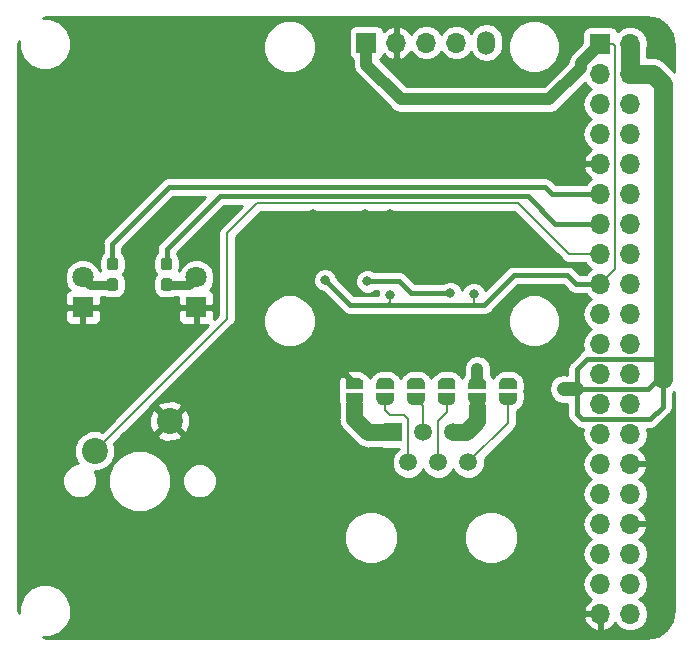
<source format=gbl>
G04 #@! TF.GenerationSoftware,KiCad,Pcbnew,5.0-dev-unknown-9241a39~61~ubuntu17.10.1*
G04 #@! TF.CreationDate,2018-07-25T16:03:07+02:00*
G04 #@! TF.ProjectId,tag-connect-hat,7461672D636F6E6E6563742D6861742E,rev?*
G04 #@! TF.SameCoordinates,Original*
G04 #@! TF.FileFunction,Copper,L2,Bot,Signal*
G04 #@! TF.FilePolarity,Positive*
%FSLAX46Y46*%
G04 Gerber Fmt 4.6, Leading zero omitted, Abs format (unit mm)*
G04 Created by KiCad (PCBNEW 5.0-dev-unknown-9241a39~61~ubuntu17.10.1) date Wed Jul 25 16:03:07 2018*
%MOMM*%
%LPD*%
G01*
G04 APERTURE LIST*
%ADD10R,1.700000X1.700000*%
%ADD11O,1.700000X1.700000*%
%ADD12O,1.520000X2.000000*%
%ADD13R,1.800000X1.800000*%
%ADD14C,1.800000*%
%ADD15C,0.100000*%
%ADD16C,0.950000*%
%ADD17C,2.200000*%
%ADD18C,1.520000*%
%ADD19R,1.520000X1.520000*%
%ADD20C,0.500000*%
%ADD21C,0.800000*%
%ADD22C,0.400000*%
%ADD23C,0.600000*%
%ADD24C,0.200000*%
%ADD25C,1.000000*%
%ADD26C,1.600000*%
%ADD27C,0.800000*%
%ADD28C,1.200000*%
%ADD29C,1.400000*%
%ADD30C,0.254000*%
G04 APERTURE END LIST*
D10*
X105200000Y-100900000D03*
D11*
X107740000Y-100900000D03*
X110280000Y-100900000D03*
X112820000Y-100900000D03*
D12*
X115360000Y-100900000D03*
D13*
X81200000Y-123300000D03*
D14*
X81200000Y-120760000D03*
X90800000Y-120760000D03*
D13*
X90800000Y-123300000D03*
D15*
G36*
X83960779Y-120851144D02*
X83983834Y-120854563D01*
X84006443Y-120860227D01*
X84028387Y-120868079D01*
X84049457Y-120878044D01*
X84069448Y-120890026D01*
X84088168Y-120903910D01*
X84105438Y-120919562D01*
X84121090Y-120936832D01*
X84134974Y-120955552D01*
X84146956Y-120975543D01*
X84156921Y-120996613D01*
X84164773Y-121018557D01*
X84170437Y-121041166D01*
X84173856Y-121064221D01*
X84175000Y-121087500D01*
X84175000Y-121662500D01*
X84173856Y-121685779D01*
X84170437Y-121708834D01*
X84164773Y-121731443D01*
X84156921Y-121753387D01*
X84146956Y-121774457D01*
X84134974Y-121794448D01*
X84121090Y-121813168D01*
X84105438Y-121830438D01*
X84088168Y-121846090D01*
X84069448Y-121859974D01*
X84049457Y-121871956D01*
X84028387Y-121881921D01*
X84006443Y-121889773D01*
X83983834Y-121895437D01*
X83960779Y-121898856D01*
X83937500Y-121900000D01*
X83462500Y-121900000D01*
X83439221Y-121898856D01*
X83416166Y-121895437D01*
X83393557Y-121889773D01*
X83371613Y-121881921D01*
X83350543Y-121871956D01*
X83330552Y-121859974D01*
X83311832Y-121846090D01*
X83294562Y-121830438D01*
X83278910Y-121813168D01*
X83265026Y-121794448D01*
X83253044Y-121774457D01*
X83243079Y-121753387D01*
X83235227Y-121731443D01*
X83229563Y-121708834D01*
X83226144Y-121685779D01*
X83225000Y-121662500D01*
X83225000Y-121087500D01*
X83226144Y-121064221D01*
X83229563Y-121041166D01*
X83235227Y-121018557D01*
X83243079Y-120996613D01*
X83253044Y-120975543D01*
X83265026Y-120955552D01*
X83278910Y-120936832D01*
X83294562Y-120919562D01*
X83311832Y-120903910D01*
X83330552Y-120890026D01*
X83350543Y-120878044D01*
X83371613Y-120868079D01*
X83393557Y-120860227D01*
X83416166Y-120854563D01*
X83439221Y-120851144D01*
X83462500Y-120850000D01*
X83937500Y-120850000D01*
X83960779Y-120851144D01*
X83960779Y-120851144D01*
G37*
D16*
X83700000Y-121375000D03*
D15*
G36*
X83960779Y-119101144D02*
X83983834Y-119104563D01*
X84006443Y-119110227D01*
X84028387Y-119118079D01*
X84049457Y-119128044D01*
X84069448Y-119140026D01*
X84088168Y-119153910D01*
X84105438Y-119169562D01*
X84121090Y-119186832D01*
X84134974Y-119205552D01*
X84146956Y-119225543D01*
X84156921Y-119246613D01*
X84164773Y-119268557D01*
X84170437Y-119291166D01*
X84173856Y-119314221D01*
X84175000Y-119337500D01*
X84175000Y-119912500D01*
X84173856Y-119935779D01*
X84170437Y-119958834D01*
X84164773Y-119981443D01*
X84156921Y-120003387D01*
X84146956Y-120024457D01*
X84134974Y-120044448D01*
X84121090Y-120063168D01*
X84105438Y-120080438D01*
X84088168Y-120096090D01*
X84069448Y-120109974D01*
X84049457Y-120121956D01*
X84028387Y-120131921D01*
X84006443Y-120139773D01*
X83983834Y-120145437D01*
X83960779Y-120148856D01*
X83937500Y-120150000D01*
X83462500Y-120150000D01*
X83439221Y-120148856D01*
X83416166Y-120145437D01*
X83393557Y-120139773D01*
X83371613Y-120131921D01*
X83350543Y-120121956D01*
X83330552Y-120109974D01*
X83311832Y-120096090D01*
X83294562Y-120080438D01*
X83278910Y-120063168D01*
X83265026Y-120044448D01*
X83253044Y-120024457D01*
X83243079Y-120003387D01*
X83235227Y-119981443D01*
X83229563Y-119958834D01*
X83226144Y-119935779D01*
X83225000Y-119912500D01*
X83225000Y-119337500D01*
X83226144Y-119314221D01*
X83229563Y-119291166D01*
X83235227Y-119268557D01*
X83243079Y-119246613D01*
X83253044Y-119225543D01*
X83265026Y-119205552D01*
X83278910Y-119186832D01*
X83294562Y-119169562D01*
X83311832Y-119153910D01*
X83330552Y-119140026D01*
X83350543Y-119128044D01*
X83371613Y-119118079D01*
X83393557Y-119110227D01*
X83416166Y-119104563D01*
X83439221Y-119101144D01*
X83462500Y-119100000D01*
X83937500Y-119100000D01*
X83960779Y-119101144D01*
X83960779Y-119101144D01*
G37*
D16*
X83700000Y-119625000D03*
D15*
G36*
X88560779Y-119101144D02*
X88583834Y-119104563D01*
X88606443Y-119110227D01*
X88628387Y-119118079D01*
X88649457Y-119128044D01*
X88669448Y-119140026D01*
X88688168Y-119153910D01*
X88705438Y-119169562D01*
X88721090Y-119186832D01*
X88734974Y-119205552D01*
X88746956Y-119225543D01*
X88756921Y-119246613D01*
X88764773Y-119268557D01*
X88770437Y-119291166D01*
X88773856Y-119314221D01*
X88775000Y-119337500D01*
X88775000Y-119912500D01*
X88773856Y-119935779D01*
X88770437Y-119958834D01*
X88764773Y-119981443D01*
X88756921Y-120003387D01*
X88746956Y-120024457D01*
X88734974Y-120044448D01*
X88721090Y-120063168D01*
X88705438Y-120080438D01*
X88688168Y-120096090D01*
X88669448Y-120109974D01*
X88649457Y-120121956D01*
X88628387Y-120131921D01*
X88606443Y-120139773D01*
X88583834Y-120145437D01*
X88560779Y-120148856D01*
X88537500Y-120150000D01*
X88062500Y-120150000D01*
X88039221Y-120148856D01*
X88016166Y-120145437D01*
X87993557Y-120139773D01*
X87971613Y-120131921D01*
X87950543Y-120121956D01*
X87930552Y-120109974D01*
X87911832Y-120096090D01*
X87894562Y-120080438D01*
X87878910Y-120063168D01*
X87865026Y-120044448D01*
X87853044Y-120024457D01*
X87843079Y-120003387D01*
X87835227Y-119981443D01*
X87829563Y-119958834D01*
X87826144Y-119935779D01*
X87825000Y-119912500D01*
X87825000Y-119337500D01*
X87826144Y-119314221D01*
X87829563Y-119291166D01*
X87835227Y-119268557D01*
X87843079Y-119246613D01*
X87853044Y-119225543D01*
X87865026Y-119205552D01*
X87878910Y-119186832D01*
X87894562Y-119169562D01*
X87911832Y-119153910D01*
X87930552Y-119140026D01*
X87950543Y-119128044D01*
X87971613Y-119118079D01*
X87993557Y-119110227D01*
X88016166Y-119104563D01*
X88039221Y-119101144D01*
X88062500Y-119100000D01*
X88537500Y-119100000D01*
X88560779Y-119101144D01*
X88560779Y-119101144D01*
G37*
D16*
X88300000Y-119625000D03*
D15*
G36*
X88560779Y-120851144D02*
X88583834Y-120854563D01*
X88606443Y-120860227D01*
X88628387Y-120868079D01*
X88649457Y-120878044D01*
X88669448Y-120890026D01*
X88688168Y-120903910D01*
X88705438Y-120919562D01*
X88721090Y-120936832D01*
X88734974Y-120955552D01*
X88746956Y-120975543D01*
X88756921Y-120996613D01*
X88764773Y-121018557D01*
X88770437Y-121041166D01*
X88773856Y-121064221D01*
X88775000Y-121087500D01*
X88775000Y-121662500D01*
X88773856Y-121685779D01*
X88770437Y-121708834D01*
X88764773Y-121731443D01*
X88756921Y-121753387D01*
X88746956Y-121774457D01*
X88734974Y-121794448D01*
X88721090Y-121813168D01*
X88705438Y-121830438D01*
X88688168Y-121846090D01*
X88669448Y-121859974D01*
X88649457Y-121871956D01*
X88628387Y-121881921D01*
X88606443Y-121889773D01*
X88583834Y-121895437D01*
X88560779Y-121898856D01*
X88537500Y-121900000D01*
X88062500Y-121900000D01*
X88039221Y-121898856D01*
X88016166Y-121895437D01*
X87993557Y-121889773D01*
X87971613Y-121881921D01*
X87950543Y-121871956D01*
X87930552Y-121859974D01*
X87911832Y-121846090D01*
X87894562Y-121830438D01*
X87878910Y-121813168D01*
X87865026Y-121794448D01*
X87853044Y-121774457D01*
X87843079Y-121753387D01*
X87835227Y-121731443D01*
X87829563Y-121708834D01*
X87826144Y-121685779D01*
X87825000Y-121662500D01*
X87825000Y-121087500D01*
X87826144Y-121064221D01*
X87829563Y-121041166D01*
X87835227Y-121018557D01*
X87843079Y-120996613D01*
X87853044Y-120975543D01*
X87865026Y-120955552D01*
X87878910Y-120936832D01*
X87894562Y-120919562D01*
X87911832Y-120903910D01*
X87930552Y-120890026D01*
X87950543Y-120878044D01*
X87971613Y-120868079D01*
X87993557Y-120860227D01*
X88016166Y-120854563D01*
X88039221Y-120851144D01*
X88062500Y-120850000D01*
X88537500Y-120850000D01*
X88560779Y-120851144D01*
X88560779Y-120851144D01*
G37*
D16*
X88300000Y-121375000D03*
D17*
X88540000Y-132920000D03*
X82190000Y-135460000D03*
D10*
X125000000Y-101000000D03*
D11*
X127540000Y-101000000D03*
X125000000Y-103540000D03*
X127540000Y-103540000D03*
X125000000Y-106080000D03*
X127540000Y-106080000D03*
X125000000Y-108620000D03*
X127540000Y-108620000D03*
X125000000Y-111160000D03*
X127540000Y-111160000D03*
X125000000Y-113700000D03*
X127540000Y-113700000D03*
X125000000Y-116240000D03*
X127540000Y-116240000D03*
X125000000Y-118780000D03*
X127540000Y-118780000D03*
X125000000Y-121320000D03*
X127540000Y-121320000D03*
X125000000Y-123860000D03*
X127540000Y-123860000D03*
X125000000Y-126400000D03*
X127540000Y-126400000D03*
X125000000Y-128940000D03*
X127540000Y-128940000D03*
X125000000Y-131480000D03*
X127540000Y-131480000D03*
X125000000Y-134020000D03*
X127540000Y-134020000D03*
X125000000Y-136560000D03*
X127540000Y-136560000D03*
X125000000Y-139100000D03*
X127540000Y-139100000D03*
X125000000Y-141640000D03*
X127540000Y-141640000D03*
X125000000Y-144180000D03*
X127540000Y-144180000D03*
X125000000Y-146720000D03*
X127540000Y-146720000D03*
X125000000Y-149260000D03*
X127540000Y-149260000D03*
D18*
X113850000Y-136440000D03*
X112580000Y-133900000D03*
X111310000Y-136440000D03*
X110040000Y-133900000D03*
X108770000Y-136440000D03*
D19*
X107500000Y-133900000D03*
D20*
X104200000Y-129750000D03*
D15*
G36*
X103450602Y-129750000D02*
X103450602Y-129725466D01*
X103455412Y-129676635D01*
X103464984Y-129628510D01*
X103479228Y-129581555D01*
X103498005Y-129536222D01*
X103521136Y-129492949D01*
X103548396Y-129452150D01*
X103579524Y-129414221D01*
X103614221Y-129379524D01*
X103652150Y-129348396D01*
X103692949Y-129321136D01*
X103736222Y-129298005D01*
X103781555Y-129279228D01*
X103828510Y-129264984D01*
X103876635Y-129255412D01*
X103925466Y-129250602D01*
X103950000Y-129250602D01*
X103950000Y-129250000D01*
X104450000Y-129250000D01*
X104450000Y-129250602D01*
X104474534Y-129250602D01*
X104523365Y-129255412D01*
X104571490Y-129264984D01*
X104618445Y-129279228D01*
X104663778Y-129298005D01*
X104707051Y-129321136D01*
X104747850Y-129348396D01*
X104785779Y-129379524D01*
X104820476Y-129414221D01*
X104851604Y-129452150D01*
X104878864Y-129492949D01*
X104901995Y-129536222D01*
X104920772Y-129581555D01*
X104935016Y-129628510D01*
X104944588Y-129676635D01*
X104949398Y-129725466D01*
X104949398Y-129750000D01*
X104950000Y-129750000D01*
X104950000Y-130250000D01*
X103450000Y-130250000D01*
X103450000Y-129750000D01*
X103450602Y-129750000D01*
X103450602Y-129750000D01*
G37*
D20*
X104200000Y-131050000D03*
D15*
G36*
X104950000Y-130550000D02*
X104950000Y-131050000D01*
X104949398Y-131050000D01*
X104949398Y-131074534D01*
X104944588Y-131123365D01*
X104935016Y-131171490D01*
X104920772Y-131218445D01*
X104901995Y-131263778D01*
X104878864Y-131307051D01*
X104851604Y-131347850D01*
X104820476Y-131385779D01*
X104785779Y-131420476D01*
X104747850Y-131451604D01*
X104707051Y-131478864D01*
X104663778Y-131501995D01*
X104618445Y-131520772D01*
X104571490Y-131535016D01*
X104523365Y-131544588D01*
X104474534Y-131549398D01*
X104450000Y-131549398D01*
X104450000Y-131550000D01*
X103950000Y-131550000D01*
X103950000Y-131549398D01*
X103925466Y-131549398D01*
X103876635Y-131544588D01*
X103828510Y-131535016D01*
X103781555Y-131520772D01*
X103736222Y-131501995D01*
X103692949Y-131478864D01*
X103652150Y-131451604D01*
X103614221Y-131420476D01*
X103579524Y-131385779D01*
X103548396Y-131347850D01*
X103521136Y-131307051D01*
X103498005Y-131263778D01*
X103479228Y-131218445D01*
X103464984Y-131171490D01*
X103455412Y-131123365D01*
X103450602Y-131074534D01*
X103450602Y-131050000D01*
X103450000Y-131050000D01*
X103450000Y-130550000D01*
X104950000Y-130550000D01*
X104950000Y-130550000D01*
G37*
D20*
X106800000Y-131050000D03*
D15*
G36*
X107550000Y-130550000D02*
X107550000Y-131050000D01*
X107549398Y-131050000D01*
X107549398Y-131074534D01*
X107544588Y-131123365D01*
X107535016Y-131171490D01*
X107520772Y-131218445D01*
X107501995Y-131263778D01*
X107478864Y-131307051D01*
X107451604Y-131347850D01*
X107420476Y-131385779D01*
X107385779Y-131420476D01*
X107347850Y-131451604D01*
X107307051Y-131478864D01*
X107263778Y-131501995D01*
X107218445Y-131520772D01*
X107171490Y-131535016D01*
X107123365Y-131544588D01*
X107074534Y-131549398D01*
X107050000Y-131549398D01*
X107050000Y-131550000D01*
X106550000Y-131550000D01*
X106550000Y-131549398D01*
X106525466Y-131549398D01*
X106476635Y-131544588D01*
X106428510Y-131535016D01*
X106381555Y-131520772D01*
X106336222Y-131501995D01*
X106292949Y-131478864D01*
X106252150Y-131451604D01*
X106214221Y-131420476D01*
X106179524Y-131385779D01*
X106148396Y-131347850D01*
X106121136Y-131307051D01*
X106098005Y-131263778D01*
X106079228Y-131218445D01*
X106064984Y-131171490D01*
X106055412Y-131123365D01*
X106050602Y-131074534D01*
X106050602Y-131050000D01*
X106050000Y-131050000D01*
X106050000Y-130550000D01*
X107550000Y-130550000D01*
X107550000Y-130550000D01*
G37*
D20*
X106800000Y-129750000D03*
D15*
G36*
X106050602Y-129750000D02*
X106050602Y-129725466D01*
X106055412Y-129676635D01*
X106064984Y-129628510D01*
X106079228Y-129581555D01*
X106098005Y-129536222D01*
X106121136Y-129492949D01*
X106148396Y-129452150D01*
X106179524Y-129414221D01*
X106214221Y-129379524D01*
X106252150Y-129348396D01*
X106292949Y-129321136D01*
X106336222Y-129298005D01*
X106381555Y-129279228D01*
X106428510Y-129264984D01*
X106476635Y-129255412D01*
X106525466Y-129250602D01*
X106550000Y-129250602D01*
X106550000Y-129250000D01*
X107050000Y-129250000D01*
X107050000Y-129250602D01*
X107074534Y-129250602D01*
X107123365Y-129255412D01*
X107171490Y-129264984D01*
X107218445Y-129279228D01*
X107263778Y-129298005D01*
X107307051Y-129321136D01*
X107347850Y-129348396D01*
X107385779Y-129379524D01*
X107420476Y-129414221D01*
X107451604Y-129452150D01*
X107478864Y-129492949D01*
X107501995Y-129536222D01*
X107520772Y-129581555D01*
X107535016Y-129628510D01*
X107544588Y-129676635D01*
X107549398Y-129725466D01*
X107549398Y-129750000D01*
X107550000Y-129750000D01*
X107550000Y-130250000D01*
X106050000Y-130250000D01*
X106050000Y-129750000D01*
X106050602Y-129750000D01*
X106050602Y-129750000D01*
G37*
D20*
X109400000Y-131050000D03*
D15*
G36*
X110150000Y-130550000D02*
X110150000Y-131050000D01*
X110149398Y-131050000D01*
X110149398Y-131074534D01*
X110144588Y-131123365D01*
X110135016Y-131171490D01*
X110120772Y-131218445D01*
X110101995Y-131263778D01*
X110078864Y-131307051D01*
X110051604Y-131347850D01*
X110020476Y-131385779D01*
X109985779Y-131420476D01*
X109947850Y-131451604D01*
X109907051Y-131478864D01*
X109863778Y-131501995D01*
X109818445Y-131520772D01*
X109771490Y-131535016D01*
X109723365Y-131544588D01*
X109674534Y-131549398D01*
X109650000Y-131549398D01*
X109650000Y-131550000D01*
X109150000Y-131550000D01*
X109150000Y-131549398D01*
X109125466Y-131549398D01*
X109076635Y-131544588D01*
X109028510Y-131535016D01*
X108981555Y-131520772D01*
X108936222Y-131501995D01*
X108892949Y-131478864D01*
X108852150Y-131451604D01*
X108814221Y-131420476D01*
X108779524Y-131385779D01*
X108748396Y-131347850D01*
X108721136Y-131307051D01*
X108698005Y-131263778D01*
X108679228Y-131218445D01*
X108664984Y-131171490D01*
X108655412Y-131123365D01*
X108650602Y-131074534D01*
X108650602Y-131050000D01*
X108650000Y-131050000D01*
X108650000Y-130550000D01*
X110150000Y-130550000D01*
X110150000Y-130550000D01*
G37*
D20*
X109400000Y-129750000D03*
D15*
G36*
X108650602Y-129750000D02*
X108650602Y-129725466D01*
X108655412Y-129676635D01*
X108664984Y-129628510D01*
X108679228Y-129581555D01*
X108698005Y-129536222D01*
X108721136Y-129492949D01*
X108748396Y-129452150D01*
X108779524Y-129414221D01*
X108814221Y-129379524D01*
X108852150Y-129348396D01*
X108892949Y-129321136D01*
X108936222Y-129298005D01*
X108981555Y-129279228D01*
X109028510Y-129264984D01*
X109076635Y-129255412D01*
X109125466Y-129250602D01*
X109150000Y-129250602D01*
X109150000Y-129250000D01*
X109650000Y-129250000D01*
X109650000Y-129250602D01*
X109674534Y-129250602D01*
X109723365Y-129255412D01*
X109771490Y-129264984D01*
X109818445Y-129279228D01*
X109863778Y-129298005D01*
X109907051Y-129321136D01*
X109947850Y-129348396D01*
X109985779Y-129379524D01*
X110020476Y-129414221D01*
X110051604Y-129452150D01*
X110078864Y-129492949D01*
X110101995Y-129536222D01*
X110120772Y-129581555D01*
X110135016Y-129628510D01*
X110144588Y-129676635D01*
X110149398Y-129725466D01*
X110149398Y-129750000D01*
X110150000Y-129750000D01*
X110150000Y-130250000D01*
X108650000Y-130250000D01*
X108650000Y-129750000D01*
X108650602Y-129750000D01*
X108650602Y-129750000D01*
G37*
D20*
X112000000Y-129750000D03*
D15*
G36*
X111250602Y-129750000D02*
X111250602Y-129725466D01*
X111255412Y-129676635D01*
X111264984Y-129628510D01*
X111279228Y-129581555D01*
X111298005Y-129536222D01*
X111321136Y-129492949D01*
X111348396Y-129452150D01*
X111379524Y-129414221D01*
X111414221Y-129379524D01*
X111452150Y-129348396D01*
X111492949Y-129321136D01*
X111536222Y-129298005D01*
X111581555Y-129279228D01*
X111628510Y-129264984D01*
X111676635Y-129255412D01*
X111725466Y-129250602D01*
X111750000Y-129250602D01*
X111750000Y-129250000D01*
X112250000Y-129250000D01*
X112250000Y-129250602D01*
X112274534Y-129250602D01*
X112323365Y-129255412D01*
X112371490Y-129264984D01*
X112418445Y-129279228D01*
X112463778Y-129298005D01*
X112507051Y-129321136D01*
X112547850Y-129348396D01*
X112585779Y-129379524D01*
X112620476Y-129414221D01*
X112651604Y-129452150D01*
X112678864Y-129492949D01*
X112701995Y-129536222D01*
X112720772Y-129581555D01*
X112735016Y-129628510D01*
X112744588Y-129676635D01*
X112749398Y-129725466D01*
X112749398Y-129750000D01*
X112750000Y-129750000D01*
X112750000Y-130250000D01*
X111250000Y-130250000D01*
X111250000Y-129750000D01*
X111250602Y-129750000D01*
X111250602Y-129750000D01*
G37*
D20*
X112000000Y-131050000D03*
D15*
G36*
X112750000Y-130550000D02*
X112750000Y-131050000D01*
X112749398Y-131050000D01*
X112749398Y-131074534D01*
X112744588Y-131123365D01*
X112735016Y-131171490D01*
X112720772Y-131218445D01*
X112701995Y-131263778D01*
X112678864Y-131307051D01*
X112651604Y-131347850D01*
X112620476Y-131385779D01*
X112585779Y-131420476D01*
X112547850Y-131451604D01*
X112507051Y-131478864D01*
X112463778Y-131501995D01*
X112418445Y-131520772D01*
X112371490Y-131535016D01*
X112323365Y-131544588D01*
X112274534Y-131549398D01*
X112250000Y-131549398D01*
X112250000Y-131550000D01*
X111750000Y-131550000D01*
X111750000Y-131549398D01*
X111725466Y-131549398D01*
X111676635Y-131544588D01*
X111628510Y-131535016D01*
X111581555Y-131520772D01*
X111536222Y-131501995D01*
X111492949Y-131478864D01*
X111452150Y-131451604D01*
X111414221Y-131420476D01*
X111379524Y-131385779D01*
X111348396Y-131347850D01*
X111321136Y-131307051D01*
X111298005Y-131263778D01*
X111279228Y-131218445D01*
X111264984Y-131171490D01*
X111255412Y-131123365D01*
X111250602Y-131074534D01*
X111250602Y-131050000D01*
X111250000Y-131050000D01*
X111250000Y-130550000D01*
X112750000Y-130550000D01*
X112750000Y-130550000D01*
G37*
D20*
X114600000Y-131050000D03*
D15*
G36*
X115350000Y-130550000D02*
X115350000Y-131050000D01*
X115349398Y-131050000D01*
X115349398Y-131074534D01*
X115344588Y-131123365D01*
X115335016Y-131171490D01*
X115320772Y-131218445D01*
X115301995Y-131263778D01*
X115278864Y-131307051D01*
X115251604Y-131347850D01*
X115220476Y-131385779D01*
X115185779Y-131420476D01*
X115147850Y-131451604D01*
X115107051Y-131478864D01*
X115063778Y-131501995D01*
X115018445Y-131520772D01*
X114971490Y-131535016D01*
X114923365Y-131544588D01*
X114874534Y-131549398D01*
X114850000Y-131549398D01*
X114850000Y-131550000D01*
X114350000Y-131550000D01*
X114350000Y-131549398D01*
X114325466Y-131549398D01*
X114276635Y-131544588D01*
X114228510Y-131535016D01*
X114181555Y-131520772D01*
X114136222Y-131501995D01*
X114092949Y-131478864D01*
X114052150Y-131451604D01*
X114014221Y-131420476D01*
X113979524Y-131385779D01*
X113948396Y-131347850D01*
X113921136Y-131307051D01*
X113898005Y-131263778D01*
X113879228Y-131218445D01*
X113864984Y-131171490D01*
X113855412Y-131123365D01*
X113850602Y-131074534D01*
X113850602Y-131050000D01*
X113850000Y-131050000D01*
X113850000Y-130550000D01*
X115350000Y-130550000D01*
X115350000Y-130550000D01*
G37*
D20*
X114600000Y-129750000D03*
D15*
G36*
X113850602Y-129750000D02*
X113850602Y-129725466D01*
X113855412Y-129676635D01*
X113864984Y-129628510D01*
X113879228Y-129581555D01*
X113898005Y-129536222D01*
X113921136Y-129492949D01*
X113948396Y-129452150D01*
X113979524Y-129414221D01*
X114014221Y-129379524D01*
X114052150Y-129348396D01*
X114092949Y-129321136D01*
X114136222Y-129298005D01*
X114181555Y-129279228D01*
X114228510Y-129264984D01*
X114276635Y-129255412D01*
X114325466Y-129250602D01*
X114350000Y-129250602D01*
X114350000Y-129250000D01*
X114850000Y-129250000D01*
X114850000Y-129250602D01*
X114874534Y-129250602D01*
X114923365Y-129255412D01*
X114971490Y-129264984D01*
X115018445Y-129279228D01*
X115063778Y-129298005D01*
X115107051Y-129321136D01*
X115147850Y-129348396D01*
X115185779Y-129379524D01*
X115220476Y-129414221D01*
X115251604Y-129452150D01*
X115278864Y-129492949D01*
X115301995Y-129536222D01*
X115320772Y-129581555D01*
X115335016Y-129628510D01*
X115344588Y-129676635D01*
X115349398Y-129725466D01*
X115349398Y-129750000D01*
X115350000Y-129750000D01*
X115350000Y-130250000D01*
X113850000Y-130250000D01*
X113850000Y-129750000D01*
X113850602Y-129750000D01*
X113850602Y-129750000D01*
G37*
D20*
X117200000Y-129750000D03*
D15*
G36*
X116450602Y-129750000D02*
X116450602Y-129725466D01*
X116455412Y-129676635D01*
X116464984Y-129628510D01*
X116479228Y-129581555D01*
X116498005Y-129536222D01*
X116521136Y-129492949D01*
X116548396Y-129452150D01*
X116579524Y-129414221D01*
X116614221Y-129379524D01*
X116652150Y-129348396D01*
X116692949Y-129321136D01*
X116736222Y-129298005D01*
X116781555Y-129279228D01*
X116828510Y-129264984D01*
X116876635Y-129255412D01*
X116925466Y-129250602D01*
X116950000Y-129250602D01*
X116950000Y-129250000D01*
X117450000Y-129250000D01*
X117450000Y-129250602D01*
X117474534Y-129250602D01*
X117523365Y-129255412D01*
X117571490Y-129264984D01*
X117618445Y-129279228D01*
X117663778Y-129298005D01*
X117707051Y-129321136D01*
X117747850Y-129348396D01*
X117785779Y-129379524D01*
X117820476Y-129414221D01*
X117851604Y-129452150D01*
X117878864Y-129492949D01*
X117901995Y-129536222D01*
X117920772Y-129581555D01*
X117935016Y-129628510D01*
X117944588Y-129676635D01*
X117949398Y-129725466D01*
X117949398Y-129750000D01*
X117950000Y-129750000D01*
X117950000Y-130250000D01*
X116450000Y-130250000D01*
X116450000Y-129750000D01*
X116450602Y-129750000D01*
X116450602Y-129750000D01*
G37*
D20*
X117200000Y-131050000D03*
D15*
G36*
X117950000Y-130550000D02*
X117950000Y-131050000D01*
X117949398Y-131050000D01*
X117949398Y-131074534D01*
X117944588Y-131123365D01*
X117935016Y-131171490D01*
X117920772Y-131218445D01*
X117901995Y-131263778D01*
X117878864Y-131307051D01*
X117851604Y-131347850D01*
X117820476Y-131385779D01*
X117785779Y-131420476D01*
X117747850Y-131451604D01*
X117707051Y-131478864D01*
X117663778Y-131501995D01*
X117618445Y-131520772D01*
X117571490Y-131535016D01*
X117523365Y-131544588D01*
X117474534Y-131549398D01*
X117450000Y-131549398D01*
X117450000Y-131550000D01*
X116950000Y-131550000D01*
X116950000Y-131549398D01*
X116925466Y-131549398D01*
X116876635Y-131544588D01*
X116828510Y-131535016D01*
X116781555Y-131520772D01*
X116736222Y-131501995D01*
X116692949Y-131478864D01*
X116652150Y-131451604D01*
X116614221Y-131420476D01*
X116579524Y-131385779D01*
X116548396Y-131347850D01*
X116521136Y-131307051D01*
X116498005Y-131263778D01*
X116479228Y-131218445D01*
X116464984Y-131171490D01*
X116455412Y-131123365D01*
X116450602Y-131074534D01*
X116450602Y-131050000D01*
X116450000Y-131050000D01*
X116450000Y-130550000D01*
X117950000Y-130550000D01*
X117950000Y-130550000D01*
G37*
D21*
X88000000Y-101250000D03*
X85000000Y-101250000D03*
X88000000Y-102500000D03*
X88000000Y-100000000D03*
X87250000Y-100750000D03*
X86500000Y-101500000D03*
X85750000Y-100750000D03*
X85000000Y-102500000D03*
X85000000Y-100000000D03*
X130250000Y-134500000D03*
X121500000Y-128250000D03*
X119250000Y-128750000D03*
X112250000Y-125500000D03*
X106500000Y-125500000D03*
X112500000Y-120500000D03*
X120750000Y-119250000D03*
X119500000Y-119100000D03*
X110400000Y-121000000D03*
X104000000Y-121100000D03*
X105100000Y-115400000D03*
X111600000Y-115800000D03*
X114100000Y-115800000D03*
X107200000Y-122300000D03*
X114300000Y-122200000D03*
X101700000Y-121000000D03*
X112300000Y-122100000D03*
X105300000Y-121100000D03*
X114600000Y-128500000D03*
X122800000Y-130200000D03*
X104200000Y-129750000D03*
X107200000Y-115400000D03*
X100700000Y-115400000D03*
X121900000Y-130200000D03*
X114600000Y-129750000D03*
X117200000Y-129750000D03*
X112000000Y-129750000D03*
X109400000Y-129750000D03*
X106800000Y-129750000D03*
D22*
X110400000Y-119000000D02*
X110400000Y-115500000D01*
X110500000Y-119100000D02*
X110400000Y-119000000D01*
X110400000Y-121000000D02*
X110400000Y-119000000D01*
X119500000Y-119100000D02*
X110500000Y-119100000D01*
X111600000Y-115800000D02*
X111034315Y-115800000D01*
X111034315Y-115800000D02*
X110634315Y-115400000D01*
X110634315Y-115400000D02*
X110300000Y-115400000D01*
X110400000Y-115500000D02*
X110300000Y-115400000D01*
X104000000Y-115400000D02*
X103800000Y-115400000D01*
X104000000Y-121100000D02*
X104000000Y-115400000D01*
X105100000Y-115400000D02*
X104000000Y-115400000D01*
X107200000Y-115400000D02*
X105100000Y-115400000D01*
D23*
X103400000Y-128950000D02*
X104200000Y-129750000D01*
X96600000Y-128950000D02*
X103400000Y-128950000D01*
X98200000Y-115400000D02*
X94600000Y-119000000D01*
X94600000Y-119000000D02*
X94600000Y-126950000D01*
X100700000Y-115400000D02*
X98200000Y-115400000D01*
X94600000Y-126950000D02*
X96600000Y-128950000D01*
D22*
X107200000Y-115400000D02*
X110300000Y-115400000D01*
X103800000Y-115400000D02*
X100700000Y-115400000D01*
X107100000Y-123100000D02*
X103800000Y-123100000D01*
D24*
X107200000Y-122300000D02*
X107200000Y-122865685D01*
X107200000Y-122865685D02*
X107100000Y-122965685D01*
X107100000Y-122965685D02*
X107100000Y-123100000D01*
D22*
X114300000Y-123100000D02*
X107100000Y-123100000D01*
X115200000Y-123100000D02*
X114300000Y-123100000D01*
D24*
X114300000Y-122765685D02*
X114300000Y-123100000D01*
X114300000Y-122200000D02*
X114300000Y-122765685D01*
D22*
X103800000Y-123100000D02*
X101700000Y-121000000D01*
X117700000Y-120600000D02*
X115200000Y-123100000D01*
X118500000Y-120600000D02*
X122200000Y-120600000D01*
X118500000Y-120600000D02*
X117700000Y-120600000D01*
D24*
X126250000Y-101200000D02*
X126250000Y-120070000D01*
X126250000Y-120070000D02*
X125000000Y-121320000D01*
X125000000Y-101000000D02*
X126050000Y-101000000D01*
X126050000Y-101000000D02*
X126250000Y-101200000D01*
D25*
X123400000Y-103000000D02*
X123400000Y-102600000D01*
X123400000Y-102600000D02*
X125000000Y-101000000D01*
X120700000Y-105700000D02*
X123400000Y-103000000D01*
X108150000Y-105700000D02*
X120700000Y-105700000D01*
X105200000Y-100900000D02*
X105200000Y-102750000D01*
X105200000Y-102750000D02*
X108150000Y-105700000D01*
D22*
X122920000Y-121320000D02*
X125000000Y-121320000D01*
X122200000Y-120600000D02*
X122920000Y-121320000D01*
X109000000Y-122100000D02*
X112300000Y-122100000D01*
X108000000Y-121100000D02*
X109000000Y-122100000D01*
X105300000Y-121100000D02*
X108000000Y-121100000D01*
D26*
X127540000Y-103540000D02*
X127540000Y-101000000D01*
D25*
X114600000Y-128500000D02*
X114600000Y-129750000D01*
D27*
X83700000Y-121375000D02*
X81815000Y-121375000D01*
X81815000Y-121375000D02*
X81200000Y-120760000D01*
X88300000Y-121375000D02*
X90185000Y-121375000D01*
X90185000Y-121375000D02*
X90800000Y-120760000D01*
D28*
X121929999Y-130229999D02*
X121900000Y-130200000D01*
X123029999Y-130229999D02*
X121929999Y-130229999D01*
D22*
X130289999Y-127689999D02*
X123900000Y-127689999D01*
X123900000Y-127689999D02*
X123029999Y-128560000D01*
X123029999Y-128560000D02*
X123029999Y-130229999D01*
X123469999Y-132769999D02*
X123029999Y-132329999D01*
X123029999Y-132329999D02*
X123029999Y-130229999D01*
X130300000Y-131700000D02*
X129230001Y-132769999D01*
X129230001Y-132769999D02*
X123469999Y-132769999D01*
X130300000Y-129400000D02*
X130300000Y-131700000D01*
X129900000Y-129400000D02*
X129070001Y-130229999D01*
X129070001Y-130229999D02*
X123029999Y-130229999D01*
D26*
X130300000Y-127700000D02*
X130300000Y-129400000D01*
D22*
X130300000Y-129400000D02*
X129900000Y-129400000D01*
D26*
X130300000Y-104400000D02*
X130300000Y-127700000D01*
D22*
X130300000Y-127700000D02*
X130289999Y-127689999D01*
D26*
X129440000Y-103540000D02*
X130300000Y-104400000D01*
X127540000Y-103540000D02*
X129440000Y-103540000D01*
D22*
X88300000Y-118400000D02*
X92800000Y-113900000D01*
X88300000Y-119625000D02*
X88300000Y-118400000D01*
X92800000Y-113900000D02*
X118850000Y-113900000D01*
X118850000Y-113900000D02*
X121190000Y-116240000D01*
X121190000Y-116240000D02*
X123797919Y-116240000D01*
X123797919Y-116240000D02*
X125000000Y-116240000D01*
X88500000Y-113100000D02*
X120300000Y-113100000D01*
X83700000Y-117900000D02*
X88500000Y-113100000D01*
X83700000Y-119625000D02*
X83700000Y-117900000D01*
X120900000Y-113700000D02*
X125000000Y-113700000D01*
X120300000Y-113100000D02*
X120900000Y-113700000D01*
D24*
X82190000Y-135460000D02*
X93400000Y-124250000D01*
X95950000Y-114500000D02*
X118050000Y-114500000D01*
X93400000Y-124250000D02*
X93400000Y-117050000D01*
X93400000Y-117050000D02*
X95950000Y-114500000D01*
X118050000Y-114500000D02*
X122330000Y-118780000D01*
X122330000Y-118780000D02*
X125000000Y-118780000D01*
X113850000Y-136440000D02*
X117200000Y-133090000D01*
X117200000Y-133090000D02*
X117200000Y-131050000D01*
D23*
X114600000Y-131700000D02*
X114600000Y-131050000D01*
D29*
X114600000Y-132954802D02*
X114600000Y-131700000D01*
X112580000Y-133900000D02*
X113654802Y-133900000D01*
X113654802Y-133900000D02*
X114600000Y-132954802D01*
D24*
X111310000Y-132890000D02*
X112000000Y-132200000D01*
X111310000Y-136440000D02*
X111310000Y-132890000D01*
X112000000Y-132200000D02*
X112000000Y-131050000D01*
X110040000Y-133900000D02*
X110040000Y-131690000D01*
X110040000Y-131690000D02*
X109400000Y-131050000D01*
X107200000Y-132400000D02*
X106800000Y-132000000D01*
X106800000Y-132000000D02*
X106800000Y-131050000D01*
X108400000Y-132400000D02*
X107200000Y-132400000D01*
X108770000Y-132770000D02*
X108400000Y-132400000D01*
X108770000Y-136440000D02*
X108770000Y-132770000D01*
D23*
X104200000Y-131600000D02*
X104200000Y-131050000D01*
D29*
X104200000Y-132760000D02*
X104200000Y-131600000D01*
X107500000Y-133900000D02*
X105340000Y-133900000D01*
X105340000Y-133900000D02*
X104200000Y-132760000D01*
D30*
G36*
X129871023Y-98897167D02*
X130609439Y-99390561D01*
X131102833Y-100128977D01*
X131290000Y-101069931D01*
X131290000Y-103335638D01*
X131214759Y-103285364D01*
X130554638Y-102625243D01*
X130474577Y-102505423D01*
X129999909Y-102188260D01*
X129581333Y-102105000D01*
X129581328Y-102105000D01*
X129440000Y-102076888D01*
X129298672Y-102105000D01*
X128975000Y-102105000D01*
X128975000Y-101397624D01*
X129054092Y-101000000D01*
X128938839Y-100420582D01*
X128610625Y-99929375D01*
X128119418Y-99601161D01*
X127686256Y-99515000D01*
X127393744Y-99515000D01*
X126960582Y-99601161D01*
X126469375Y-99929375D01*
X126457184Y-99947619D01*
X126448157Y-99902235D01*
X126307809Y-99692191D01*
X126097765Y-99551843D01*
X125850000Y-99502560D01*
X124150000Y-99502560D01*
X123902235Y-99551843D01*
X123692191Y-99692191D01*
X123551843Y-99902235D01*
X123502560Y-100150000D01*
X123502560Y-100892308D01*
X122676480Y-101718389D01*
X122581712Y-101781711D01*
X122330854Y-102157145D01*
X122292860Y-102348157D01*
X122254658Y-102540210D01*
X120229869Y-104565000D01*
X108620132Y-104565000D01*
X106361021Y-102305890D01*
X106507809Y-102207809D01*
X106648157Y-101997765D01*
X106668739Y-101894292D01*
X106973076Y-102171645D01*
X107383110Y-102341476D01*
X107613000Y-102220155D01*
X107613000Y-101027000D01*
X107593000Y-101027000D01*
X107593000Y-100773000D01*
X107613000Y-100773000D01*
X107613000Y-99579845D01*
X107867000Y-99579845D01*
X107867000Y-100773000D01*
X107887000Y-100773000D01*
X107887000Y-101027000D01*
X107867000Y-101027000D01*
X107867000Y-102220155D01*
X108096890Y-102341476D01*
X108506924Y-102171645D01*
X108935183Y-101781358D01*
X108996157Y-101651522D01*
X109209375Y-101970625D01*
X109700582Y-102298839D01*
X110133744Y-102385000D01*
X110426256Y-102385000D01*
X110859418Y-102298839D01*
X111350625Y-101970625D01*
X111550000Y-101672239D01*
X111749375Y-101970625D01*
X112240582Y-102298839D01*
X112673744Y-102385000D01*
X112966256Y-102385000D01*
X113399418Y-102298839D01*
X113890625Y-101970625D01*
X114063940Y-101711241D01*
X114354263Y-102145738D01*
X114815699Y-102454061D01*
X115360000Y-102562329D01*
X115904302Y-102454061D01*
X116365738Y-102145738D01*
X116674061Y-101684301D01*
X116755000Y-101277392D01*
X116755000Y-100805431D01*
X117165000Y-100805431D01*
X117165000Y-101694569D01*
X117505259Y-102516026D01*
X118133974Y-103144741D01*
X118955431Y-103485000D01*
X119844569Y-103485000D01*
X120666026Y-103144741D01*
X121294741Y-102516026D01*
X121635000Y-101694569D01*
X121635000Y-100805431D01*
X121294741Y-99983974D01*
X120666026Y-99355259D01*
X119844569Y-99015000D01*
X118955431Y-99015000D01*
X118133974Y-99355259D01*
X117505259Y-99983974D01*
X117165000Y-100805431D01*
X116755000Y-100805431D01*
X116755000Y-100522607D01*
X116674061Y-100115698D01*
X116365737Y-99654262D01*
X115904301Y-99345939D01*
X115360000Y-99237671D01*
X114815698Y-99345939D01*
X114354262Y-99654263D01*
X114063940Y-100088759D01*
X113890625Y-99829375D01*
X113399418Y-99501161D01*
X112966256Y-99415000D01*
X112673744Y-99415000D01*
X112240582Y-99501161D01*
X111749375Y-99829375D01*
X111550000Y-100127761D01*
X111350625Y-99829375D01*
X110859418Y-99501161D01*
X110426256Y-99415000D01*
X110133744Y-99415000D01*
X109700582Y-99501161D01*
X109209375Y-99829375D01*
X108996157Y-100148478D01*
X108935183Y-100018642D01*
X108506924Y-99628355D01*
X108096890Y-99458524D01*
X107867000Y-99579845D01*
X107613000Y-99579845D01*
X107383110Y-99458524D01*
X106973076Y-99628355D01*
X106668739Y-99905708D01*
X106648157Y-99802235D01*
X106507809Y-99592191D01*
X106297765Y-99451843D01*
X106050000Y-99402560D01*
X104350000Y-99402560D01*
X104102235Y-99451843D01*
X103892191Y-99592191D01*
X103751843Y-99802235D01*
X103702560Y-100050000D01*
X103702560Y-101750000D01*
X103751843Y-101997765D01*
X103892191Y-102207809D01*
X104065001Y-102323278D01*
X104065001Y-102638212D01*
X104042765Y-102750000D01*
X104130854Y-103192854D01*
X104130855Y-103192855D01*
X104381712Y-103568289D01*
X104476480Y-103631611D01*
X107268389Y-106423521D01*
X107331711Y-106518289D01*
X107707145Y-106769146D01*
X108149999Y-106857235D01*
X108261782Y-106835000D01*
X120588217Y-106835000D01*
X120700000Y-106857235D01*
X120811783Y-106835000D01*
X121142855Y-106769146D01*
X121518289Y-106518289D01*
X121581613Y-106423518D01*
X123715137Y-104289995D01*
X123929375Y-104610625D01*
X124227761Y-104810000D01*
X123929375Y-105009375D01*
X123601161Y-105500582D01*
X123485908Y-106080000D01*
X123601161Y-106659418D01*
X123929375Y-107150625D01*
X124227761Y-107350000D01*
X123929375Y-107549375D01*
X123601161Y-108040582D01*
X123485908Y-108620000D01*
X123601161Y-109199418D01*
X123929375Y-109690625D01*
X124248478Y-109903843D01*
X124118642Y-109964817D01*
X123728355Y-110393076D01*
X123558524Y-110803110D01*
X123679845Y-111033000D01*
X124873000Y-111033000D01*
X124873000Y-111013000D01*
X125127000Y-111013000D01*
X125127000Y-111033000D01*
X125147000Y-111033000D01*
X125147000Y-111287000D01*
X125127000Y-111287000D01*
X125127000Y-111307000D01*
X124873000Y-111307000D01*
X124873000Y-111287000D01*
X123679845Y-111287000D01*
X123558524Y-111516890D01*
X123728355Y-111926924D01*
X124118642Y-112355183D01*
X124248478Y-112416157D01*
X123929375Y-112629375D01*
X123771935Y-112865000D01*
X121245868Y-112865000D01*
X120948587Y-112567720D01*
X120902001Y-112497999D01*
X120625801Y-112313448D01*
X120382237Y-112265000D01*
X120382233Y-112265000D01*
X120300000Y-112248643D01*
X120217767Y-112265000D01*
X88582232Y-112265000D01*
X88499999Y-112248643D01*
X88417766Y-112265000D01*
X88417763Y-112265000D01*
X88174199Y-112313448D01*
X87897999Y-112497999D01*
X87851415Y-112567717D01*
X83167718Y-117251415D01*
X83098000Y-117297999D01*
X83051416Y-117367717D01*
X82913448Y-117574200D01*
X82848643Y-117900000D01*
X82865001Y-117982238D01*
X82865001Y-118692879D01*
X82836753Y-118711753D01*
X82644922Y-118998848D01*
X82577560Y-119337500D01*
X82577560Y-119912500D01*
X82639584Y-120224315D01*
X82501310Y-119890493D01*
X82069507Y-119458690D01*
X81505330Y-119225000D01*
X80894670Y-119225000D01*
X80330493Y-119458690D01*
X79898690Y-119890493D01*
X79665000Y-120454670D01*
X79665000Y-121065330D01*
X79898690Y-121629507D01*
X80075044Y-121805861D01*
X79940301Y-121861673D01*
X79761673Y-122040302D01*
X79665000Y-122273691D01*
X79665000Y-123014250D01*
X79823750Y-123173000D01*
X81073000Y-123173000D01*
X81073000Y-123153000D01*
X81327000Y-123153000D01*
X81327000Y-123173000D01*
X82576250Y-123173000D01*
X82735000Y-123014250D01*
X82735000Y-122410000D01*
X83018969Y-122410000D01*
X83123848Y-122480078D01*
X83462500Y-122547440D01*
X83937500Y-122547440D01*
X84276152Y-122480078D01*
X84563247Y-122288247D01*
X84755078Y-122001152D01*
X84822440Y-121662500D01*
X84822440Y-121087500D01*
X84755078Y-120748848D01*
X84588803Y-120500000D01*
X84755078Y-120251152D01*
X84822440Y-119912500D01*
X84822440Y-119337500D01*
X84755078Y-118998848D01*
X84563247Y-118711753D01*
X84535000Y-118692879D01*
X84535000Y-118245867D01*
X88845868Y-113935000D01*
X91584132Y-113935000D01*
X87767718Y-117751415D01*
X87698000Y-117797999D01*
X87651416Y-117867717D01*
X87513448Y-118074200D01*
X87448643Y-118400000D01*
X87465001Y-118482237D01*
X87465001Y-118692878D01*
X87436753Y-118711753D01*
X87244922Y-118998848D01*
X87177560Y-119337500D01*
X87177560Y-119912500D01*
X87244922Y-120251152D01*
X87411197Y-120500000D01*
X87244922Y-120748848D01*
X87177560Y-121087500D01*
X87177560Y-121662500D01*
X87244922Y-122001152D01*
X87436753Y-122288247D01*
X87723848Y-122480078D01*
X88062500Y-122547440D01*
X88537500Y-122547440D01*
X88876152Y-122480078D01*
X88981031Y-122410000D01*
X89265000Y-122410000D01*
X89265000Y-123014250D01*
X89423750Y-123173000D01*
X90673000Y-123173000D01*
X90673000Y-123153000D01*
X90927000Y-123153000D01*
X90927000Y-123173000D01*
X92176250Y-123173000D01*
X92335000Y-123014250D01*
X92335000Y-122273691D01*
X92238327Y-122040302D01*
X92059699Y-121861673D01*
X91924956Y-121805861D01*
X92101310Y-121629507D01*
X92335000Y-121065330D01*
X92335000Y-120454670D01*
X92101310Y-119890493D01*
X91669507Y-119458690D01*
X91105330Y-119225000D01*
X90494670Y-119225000D01*
X89930493Y-119458690D01*
X89498690Y-119890493D01*
X89360416Y-120224315D01*
X89422440Y-119912500D01*
X89422440Y-119337500D01*
X89355078Y-118998848D01*
X89165597Y-118715270D01*
X93145868Y-114735000D01*
X94675553Y-114735000D01*
X92931463Y-116479091D01*
X92870096Y-116520095D01*
X92829092Y-116581462D01*
X92829091Y-116581463D01*
X92707646Y-116763218D01*
X92650602Y-117050000D01*
X92665001Y-117122389D01*
X92665000Y-123945553D01*
X92335000Y-124275553D01*
X92335000Y-123585750D01*
X92176250Y-123427000D01*
X90927000Y-123427000D01*
X90927000Y-124676250D01*
X91085750Y-124835000D01*
X91775553Y-124835000D01*
X82782912Y-133827642D01*
X82535113Y-133725000D01*
X81844887Y-133725000D01*
X81207201Y-133989138D01*
X80719138Y-134477201D01*
X80455000Y-135114887D01*
X80455000Y-135805113D01*
X80719138Y-136442799D01*
X80791339Y-136515000D01*
X80624615Y-136515000D01*
X80078815Y-136741078D01*
X79661078Y-137158815D01*
X79435000Y-137704615D01*
X79435000Y-138295385D01*
X79661078Y-138841185D01*
X80078815Y-139258922D01*
X80624615Y-139485000D01*
X81215385Y-139485000D01*
X81761185Y-139258922D01*
X82178922Y-138841185D01*
X82405000Y-138295385D01*
X82405000Y-137704615D01*
X82310249Y-137475866D01*
X83365000Y-137475866D01*
X83365000Y-138524134D01*
X83766155Y-139492608D01*
X84507392Y-140233845D01*
X85475866Y-140635000D01*
X86524134Y-140635000D01*
X87492608Y-140233845D01*
X88233845Y-139492608D01*
X88635000Y-138524134D01*
X88635000Y-137704615D01*
X89595000Y-137704615D01*
X89595000Y-138295385D01*
X89821078Y-138841185D01*
X90238815Y-139258922D01*
X90784615Y-139485000D01*
X91375385Y-139485000D01*
X91921185Y-139258922D01*
X92338922Y-138841185D01*
X92565000Y-138295385D01*
X92565000Y-137704615D01*
X92338922Y-137158815D01*
X91921185Y-136741078D01*
X91375385Y-136515000D01*
X90784615Y-136515000D01*
X90238815Y-136741078D01*
X89821078Y-137158815D01*
X89595000Y-137704615D01*
X88635000Y-137704615D01*
X88635000Y-137475866D01*
X88233845Y-136507392D01*
X87492608Y-135766155D01*
X86524134Y-135365000D01*
X85475866Y-135365000D01*
X84507392Y-135766155D01*
X83766155Y-136507392D01*
X83365000Y-137475866D01*
X82310249Y-137475866D01*
X82193910Y-137195000D01*
X82535113Y-137195000D01*
X83172799Y-136930862D01*
X83660862Y-136442799D01*
X83925000Y-135805113D01*
X83925000Y-135114887D01*
X83822358Y-134867088D01*
X84544578Y-134144868D01*
X87494737Y-134144868D01*
X87605641Y-134422099D01*
X88251593Y-134665323D01*
X88941453Y-134642836D01*
X89474359Y-134422099D01*
X89585263Y-134144868D01*
X88540000Y-133099605D01*
X87494737Y-134144868D01*
X84544578Y-134144868D01*
X86057853Y-132631593D01*
X86794677Y-132631593D01*
X86817164Y-133321453D01*
X87037901Y-133854359D01*
X87315132Y-133965263D01*
X88360395Y-132920000D01*
X88719605Y-132920000D01*
X89764868Y-133965263D01*
X90042099Y-133854359D01*
X90285323Y-133208407D01*
X90262836Y-132518547D01*
X90042099Y-131985641D01*
X89764868Y-131874737D01*
X88719605Y-132920000D01*
X88360395Y-132920000D01*
X87315132Y-131874737D01*
X87037901Y-131985641D01*
X86794677Y-132631593D01*
X86057853Y-132631593D01*
X86994314Y-131695132D01*
X87494737Y-131695132D01*
X88540000Y-132740395D01*
X89585263Y-131695132D01*
X89474359Y-131417901D01*
X88828407Y-131174677D01*
X88138547Y-131197164D01*
X87605641Y-131417901D01*
X87494737Y-131695132D01*
X86994314Y-131695132D01*
X88939446Y-129750000D01*
X102802560Y-129750000D01*
X102802560Y-130250000D01*
X102832397Y-130400000D01*
X102802560Y-130550000D01*
X102802560Y-131050000D01*
X102804968Y-131062106D01*
X102804968Y-131099009D01*
X102817408Y-131225318D01*
X102836530Y-131321451D01*
X102871392Y-131436378D01*
X102865000Y-131468515D01*
X102865000Y-132628519D01*
X102838847Y-132760000D01*
X102865000Y-132891481D01*
X102865000Y-132891484D01*
X102921750Y-133176782D01*
X102942458Y-133280890D01*
X103072621Y-133475692D01*
X103237519Y-133722480D01*
X103348986Y-133796960D01*
X104303039Y-134751014D01*
X104377519Y-134862481D01*
X104819109Y-135157542D01*
X105208515Y-135235000D01*
X105208519Y-135235000D01*
X105339999Y-135261153D01*
X105471479Y-135235000D01*
X106457578Y-135235000D01*
X106492235Y-135258157D01*
X106740000Y-135307440D01*
X107929732Y-135307440D01*
X107587376Y-135649796D01*
X107375000Y-136162517D01*
X107375000Y-136717483D01*
X107587376Y-137230204D01*
X107979796Y-137622624D01*
X108492517Y-137835000D01*
X109047483Y-137835000D01*
X109560204Y-137622624D01*
X109952624Y-137230204D01*
X110040000Y-137019260D01*
X110127376Y-137230204D01*
X110519796Y-137622624D01*
X111032517Y-137835000D01*
X111587483Y-137835000D01*
X112100204Y-137622624D01*
X112492624Y-137230204D01*
X112580000Y-137019260D01*
X112667376Y-137230204D01*
X113059796Y-137622624D01*
X113572517Y-137835000D01*
X114127483Y-137835000D01*
X114640204Y-137622624D01*
X115032624Y-137230204D01*
X115245000Y-136717483D01*
X115245000Y-136162517D01*
X115222134Y-136107313D01*
X117668538Y-133660909D01*
X117729905Y-133619905D01*
X117892354Y-133376783D01*
X117935000Y-133162388D01*
X117935000Y-133162385D01*
X117949398Y-133090001D01*
X117935000Y-133017617D01*
X117935000Y-132088296D01*
X118045397Y-132029287D01*
X118126896Y-131974831D01*
X118225006Y-131894314D01*
X118294314Y-131825006D01*
X118374831Y-131726896D01*
X118429287Y-131645397D01*
X118489119Y-131533460D01*
X118526628Y-131442904D01*
X118563470Y-131321451D01*
X118582592Y-131225318D01*
X118595032Y-131099009D01*
X118595032Y-131062106D01*
X118597440Y-131050000D01*
X118597440Y-130550000D01*
X118567603Y-130400000D01*
X118597440Y-130250000D01*
X118597440Y-129750000D01*
X118595032Y-129737894D01*
X118595032Y-129700991D01*
X118582592Y-129574682D01*
X118563470Y-129478549D01*
X118526628Y-129357096D01*
X118489119Y-129266540D01*
X118429287Y-129154603D01*
X118374831Y-129073104D01*
X118294314Y-128974994D01*
X118225006Y-128905686D01*
X118126896Y-128825169D01*
X118045397Y-128770713D01*
X117933460Y-128710881D01*
X117842904Y-128673372D01*
X117721451Y-128636530D01*
X117625318Y-128617408D01*
X117499009Y-128604968D01*
X117462106Y-128604968D01*
X117450000Y-128602560D01*
X116950000Y-128602560D01*
X116937894Y-128604968D01*
X116900991Y-128604968D01*
X116774682Y-128617408D01*
X116678549Y-128636530D01*
X116557096Y-128673372D01*
X116466540Y-128710881D01*
X116354603Y-128770713D01*
X116273104Y-128825169D01*
X116174994Y-128905686D01*
X116105686Y-128974994D01*
X116025169Y-129073104D01*
X115970713Y-129154603D01*
X115910881Y-129266540D01*
X115900000Y-129292809D01*
X115889119Y-129266540D01*
X115829287Y-129154603D01*
X115774831Y-129073104D01*
X115735000Y-129024570D01*
X115735000Y-128388217D01*
X115669146Y-128057145D01*
X115418289Y-127681711D01*
X115042854Y-127430854D01*
X114600000Y-127342765D01*
X114157145Y-127430854D01*
X113781711Y-127681711D01*
X113530854Y-128057146D01*
X113465000Y-128388218D01*
X113465000Y-129024570D01*
X113425169Y-129073104D01*
X113370713Y-129154603D01*
X113310881Y-129266540D01*
X113300000Y-129292809D01*
X113289119Y-129266540D01*
X113229287Y-129154603D01*
X113174831Y-129073104D01*
X113094314Y-128974994D01*
X113025006Y-128905686D01*
X112926896Y-128825169D01*
X112845397Y-128770713D01*
X112733460Y-128710881D01*
X112642904Y-128673372D01*
X112521451Y-128636530D01*
X112425318Y-128617408D01*
X112299009Y-128604968D01*
X112262106Y-128604968D01*
X112250000Y-128602560D01*
X111750000Y-128602560D01*
X111737894Y-128604968D01*
X111700991Y-128604968D01*
X111574682Y-128617408D01*
X111478549Y-128636530D01*
X111357096Y-128673372D01*
X111266540Y-128710881D01*
X111154603Y-128770713D01*
X111073104Y-128825169D01*
X110974994Y-128905686D01*
X110905686Y-128974994D01*
X110825169Y-129073104D01*
X110770713Y-129154603D01*
X110710881Y-129266540D01*
X110700000Y-129292809D01*
X110689119Y-129266540D01*
X110629287Y-129154603D01*
X110574831Y-129073104D01*
X110494314Y-128974994D01*
X110425006Y-128905686D01*
X110326896Y-128825169D01*
X110245397Y-128770713D01*
X110133460Y-128710881D01*
X110042904Y-128673372D01*
X109921451Y-128636530D01*
X109825318Y-128617408D01*
X109699009Y-128604968D01*
X109662106Y-128604968D01*
X109650000Y-128602560D01*
X109150000Y-128602560D01*
X109137894Y-128604968D01*
X109100991Y-128604968D01*
X108974682Y-128617408D01*
X108878549Y-128636530D01*
X108757096Y-128673372D01*
X108666540Y-128710881D01*
X108554603Y-128770713D01*
X108473104Y-128825169D01*
X108374994Y-128905686D01*
X108305686Y-128974994D01*
X108225169Y-129073104D01*
X108170713Y-129154603D01*
X108110881Y-129266540D01*
X108100000Y-129292809D01*
X108089119Y-129266540D01*
X108029287Y-129154603D01*
X107974831Y-129073104D01*
X107894314Y-128974994D01*
X107825006Y-128905686D01*
X107726896Y-128825169D01*
X107645397Y-128770713D01*
X107533460Y-128710881D01*
X107442904Y-128673372D01*
X107321451Y-128636530D01*
X107225318Y-128617408D01*
X107099009Y-128604968D01*
X107062106Y-128604968D01*
X107050000Y-128602560D01*
X106550000Y-128602560D01*
X106537894Y-128604968D01*
X106500991Y-128604968D01*
X106374682Y-128617408D01*
X106278549Y-128636530D01*
X106157096Y-128673372D01*
X106066540Y-128710881D01*
X105954603Y-128770713D01*
X105873104Y-128825169D01*
X105774994Y-128905686D01*
X105705686Y-128974994D01*
X105625169Y-129073104D01*
X105570713Y-129154603D01*
X105510881Y-129266540D01*
X105500000Y-129292809D01*
X105489119Y-129266540D01*
X105429287Y-129154603D01*
X105374831Y-129073104D01*
X105294314Y-128974994D01*
X105225006Y-128905686D01*
X105126896Y-128825169D01*
X105045397Y-128770713D01*
X104933460Y-128710881D01*
X104842904Y-128673372D01*
X104721451Y-128636530D01*
X104625318Y-128617408D01*
X104499009Y-128604968D01*
X104462106Y-128604968D01*
X104450000Y-128602560D01*
X103950000Y-128602560D01*
X103937894Y-128604968D01*
X103900991Y-128604968D01*
X103774682Y-128617408D01*
X103678549Y-128636530D01*
X103557096Y-128673372D01*
X103466540Y-128710881D01*
X103354603Y-128770713D01*
X103273104Y-128825169D01*
X103174994Y-128905686D01*
X103105686Y-128974994D01*
X103025169Y-129073104D01*
X102970713Y-129154603D01*
X102910881Y-129266540D01*
X102873372Y-129357096D01*
X102836530Y-129478549D01*
X102817408Y-129574682D01*
X102804968Y-129700991D01*
X102804968Y-129737894D01*
X102802560Y-129750000D01*
X88939446Y-129750000D01*
X93868538Y-124820909D01*
X93929905Y-124779905D01*
X94092354Y-124536783D01*
X94135000Y-124322388D01*
X94135000Y-124322385D01*
X94149398Y-124250001D01*
X94135000Y-124177617D01*
X94135000Y-124005431D01*
X96465000Y-124005431D01*
X96465000Y-124894569D01*
X96805259Y-125716026D01*
X97433974Y-126344741D01*
X98255431Y-126685000D01*
X99144569Y-126685000D01*
X99966026Y-126344741D01*
X100594741Y-125716026D01*
X100935000Y-124894569D01*
X100935000Y-124005431D01*
X117165000Y-124005431D01*
X117165000Y-124894569D01*
X117505259Y-125716026D01*
X118133974Y-126344741D01*
X118955431Y-126685000D01*
X119844569Y-126685000D01*
X120666026Y-126344741D01*
X121294741Y-125716026D01*
X121635000Y-124894569D01*
X121635000Y-124005431D01*
X121294741Y-123183974D01*
X120666026Y-122555259D01*
X119844569Y-122215000D01*
X118955431Y-122215000D01*
X118133974Y-122555259D01*
X117505259Y-123183974D01*
X117165000Y-124005431D01*
X100935000Y-124005431D01*
X100594741Y-123183974D01*
X99966026Y-122555259D01*
X99144569Y-122215000D01*
X98255431Y-122215000D01*
X97433974Y-122555259D01*
X96805259Y-123183974D01*
X96465000Y-124005431D01*
X94135000Y-124005431D01*
X94135000Y-117354446D01*
X96254447Y-115235000D01*
X117745554Y-115235000D01*
X121759091Y-119248538D01*
X121800095Y-119309905D01*
X122043217Y-119472354D01*
X122257612Y-119515000D01*
X122257615Y-119515000D01*
X122329999Y-119529398D01*
X122402383Y-119515000D01*
X123705118Y-119515000D01*
X123929375Y-119850625D01*
X124227761Y-120050000D01*
X123929375Y-120249375D01*
X123771935Y-120485000D01*
X123265868Y-120485000D01*
X122848587Y-120067720D01*
X122802001Y-119997999D01*
X122525801Y-119813448D01*
X122282237Y-119765000D01*
X122282233Y-119765000D01*
X122200000Y-119748643D01*
X122117767Y-119765000D01*
X117782237Y-119765000D01*
X117700000Y-119748642D01*
X117617763Y-119765000D01*
X117374199Y-119813448D01*
X117097999Y-119997999D01*
X117051415Y-120067717D01*
X115273494Y-121845638D01*
X115177431Y-121613720D01*
X114886280Y-121322569D01*
X114505874Y-121165000D01*
X114094126Y-121165000D01*
X113713720Y-121322569D01*
X113422569Y-121613720D01*
X113320711Y-121859628D01*
X113177431Y-121513720D01*
X112886280Y-121222569D01*
X112505874Y-121065000D01*
X112094126Y-121065000D01*
X111713720Y-121222569D01*
X111671289Y-121265000D01*
X109345868Y-121265000D01*
X108648587Y-120567720D01*
X108602001Y-120497999D01*
X108325801Y-120313448D01*
X108082237Y-120265000D01*
X108082233Y-120265000D01*
X108000000Y-120248643D01*
X107917767Y-120265000D01*
X105928711Y-120265000D01*
X105886280Y-120222569D01*
X105505874Y-120065000D01*
X105094126Y-120065000D01*
X104713720Y-120222569D01*
X104422569Y-120513720D01*
X104265000Y-120894126D01*
X104265000Y-121305874D01*
X104422569Y-121686280D01*
X104713720Y-121977431D01*
X105094126Y-122135000D01*
X105505874Y-122135000D01*
X105886280Y-121977431D01*
X105928711Y-121935000D01*
X106230912Y-121935000D01*
X106165000Y-122094126D01*
X106165000Y-122265000D01*
X104145869Y-122265000D01*
X102735000Y-120854133D01*
X102735000Y-120794126D01*
X102577431Y-120413720D01*
X102286280Y-120122569D01*
X101905874Y-119965000D01*
X101494126Y-119965000D01*
X101113720Y-120122569D01*
X100822569Y-120413720D01*
X100665000Y-120794126D01*
X100665000Y-121205874D01*
X100822569Y-121586280D01*
X101113720Y-121877431D01*
X101494126Y-122035000D01*
X101554133Y-122035000D01*
X103151417Y-123632285D01*
X103197999Y-123702001D01*
X103474199Y-123886552D01*
X103717763Y-123935000D01*
X103717766Y-123935000D01*
X103799999Y-123951357D01*
X103882232Y-123935000D01*
X115117767Y-123935000D01*
X115200000Y-123951357D01*
X115282233Y-123935000D01*
X115282237Y-123935000D01*
X115525801Y-123886552D01*
X115802001Y-123702001D01*
X115848587Y-123632280D01*
X118045868Y-121435000D01*
X121854133Y-121435000D01*
X122271414Y-121852282D01*
X122317999Y-121922001D01*
X122594199Y-122106552D01*
X122837763Y-122155000D01*
X122920000Y-122171358D01*
X123002237Y-122155000D01*
X123771935Y-122155000D01*
X123929375Y-122390625D01*
X124227761Y-122590000D01*
X123929375Y-122789375D01*
X123601161Y-123280582D01*
X123485908Y-123860000D01*
X123601161Y-124439418D01*
X123929375Y-124930625D01*
X124227761Y-125130000D01*
X123929375Y-125329375D01*
X123601161Y-125820582D01*
X123485908Y-126400000D01*
X123585598Y-126901180D01*
X123574199Y-126903447D01*
X123297999Y-127087998D01*
X123251414Y-127157717D01*
X122497719Y-127911413D01*
X122427998Y-127957999D01*
X122243447Y-128234200D01*
X122194999Y-128477764D01*
X122194999Y-128477767D01*
X122178642Y-128560000D01*
X122194999Y-128642233D01*
X122194999Y-128994999D01*
X122172447Y-128994999D01*
X121900000Y-128940806D01*
X121418128Y-129036656D01*
X121009615Y-129309615D01*
X120736656Y-129718128D01*
X120640806Y-130200000D01*
X120736656Y-130681872D01*
X120940714Y-130987267D01*
X120970712Y-131017265D01*
X121039614Y-131120384D01*
X121448126Y-131393343D01*
X121808363Y-131464999D01*
X121808367Y-131464999D01*
X121929999Y-131489193D01*
X122051631Y-131464999D01*
X122194999Y-131464999D01*
X122194999Y-132247766D01*
X122178642Y-132329999D01*
X122194999Y-132412232D01*
X122194999Y-132412235D01*
X122243447Y-132655799D01*
X122427998Y-132932000D01*
X122497719Y-132978586D01*
X122821412Y-133302279D01*
X122867998Y-133372000D01*
X123088595Y-133519398D01*
X123144198Y-133556551D01*
X123469999Y-133621357D01*
X123552236Y-133604999D01*
X123568457Y-133604999D01*
X123485908Y-134020000D01*
X123601161Y-134599418D01*
X123929375Y-135090625D01*
X124227761Y-135290000D01*
X123929375Y-135489375D01*
X123601161Y-135980582D01*
X123485908Y-136560000D01*
X123601161Y-137139418D01*
X123929375Y-137630625D01*
X124227761Y-137830000D01*
X123929375Y-138029375D01*
X123601161Y-138520582D01*
X123485908Y-139100000D01*
X123601161Y-139679418D01*
X123929375Y-140170625D01*
X124227761Y-140370000D01*
X123929375Y-140569375D01*
X123601161Y-141060582D01*
X123485908Y-141640000D01*
X123601161Y-142219418D01*
X123929375Y-142710625D01*
X124227761Y-142910000D01*
X123929375Y-143109375D01*
X123601161Y-143600582D01*
X123485908Y-144180000D01*
X123601161Y-144759418D01*
X123929375Y-145250625D01*
X124227761Y-145450000D01*
X123929375Y-145649375D01*
X123601161Y-146140582D01*
X123485908Y-146720000D01*
X123601161Y-147299418D01*
X123929375Y-147790625D01*
X124248478Y-148003843D01*
X124118642Y-148064817D01*
X123728355Y-148493076D01*
X123558524Y-148903110D01*
X123679845Y-149133000D01*
X124873000Y-149133000D01*
X124873000Y-149113000D01*
X125127000Y-149113000D01*
X125127000Y-149133000D01*
X125147000Y-149133000D01*
X125147000Y-149387000D01*
X125127000Y-149387000D01*
X125127000Y-150580819D01*
X125356892Y-150701486D01*
X125881358Y-150455183D01*
X126268647Y-150030214D01*
X126469375Y-150330625D01*
X126960582Y-150658839D01*
X127393744Y-150745000D01*
X127686256Y-150745000D01*
X128119418Y-150658839D01*
X128610625Y-150330625D01*
X128938839Y-149839418D01*
X129054092Y-149260000D01*
X128938839Y-148680582D01*
X128610625Y-148189375D01*
X128312239Y-147990000D01*
X128610625Y-147790625D01*
X128938839Y-147299418D01*
X129054092Y-146720000D01*
X128938839Y-146140582D01*
X128610625Y-145649375D01*
X128312239Y-145450000D01*
X128610625Y-145250625D01*
X128938839Y-144759418D01*
X129054092Y-144180000D01*
X128938839Y-143600582D01*
X128610625Y-143109375D01*
X128291522Y-142896157D01*
X128421358Y-142835183D01*
X128811645Y-142406924D01*
X128981476Y-141996890D01*
X128860155Y-141767000D01*
X127667000Y-141767000D01*
X127667000Y-141787000D01*
X127413000Y-141787000D01*
X127413000Y-141767000D01*
X127393000Y-141767000D01*
X127393000Y-141513000D01*
X127413000Y-141513000D01*
X127413000Y-141493000D01*
X127667000Y-141493000D01*
X127667000Y-141513000D01*
X128860155Y-141513000D01*
X128981476Y-141283110D01*
X128811645Y-140873076D01*
X128421358Y-140444817D01*
X128291522Y-140383843D01*
X128610625Y-140170625D01*
X128938839Y-139679418D01*
X129054092Y-139100000D01*
X128938839Y-138520582D01*
X128610625Y-138029375D01*
X128291522Y-137816157D01*
X128421358Y-137755183D01*
X128811645Y-137326924D01*
X128981476Y-136916890D01*
X128860155Y-136687000D01*
X127667000Y-136687000D01*
X127667000Y-136707000D01*
X127413000Y-136707000D01*
X127413000Y-136687000D01*
X127393000Y-136687000D01*
X127393000Y-136433000D01*
X127413000Y-136433000D01*
X127413000Y-136413000D01*
X127667000Y-136413000D01*
X127667000Y-136433000D01*
X128860155Y-136433000D01*
X128981476Y-136203110D01*
X128811645Y-135793076D01*
X128421358Y-135364817D01*
X128291522Y-135303843D01*
X128610625Y-135090625D01*
X128938839Y-134599418D01*
X129054092Y-134020000D01*
X128971543Y-133604999D01*
X129147768Y-133604999D01*
X129230001Y-133621356D01*
X129312234Y-133604999D01*
X129312238Y-133604999D01*
X129555802Y-133556551D01*
X129832002Y-133372000D01*
X129878588Y-133302279D01*
X130832282Y-132348585D01*
X130902001Y-132302001D01*
X131086552Y-132025801D01*
X131135000Y-131782237D01*
X131135000Y-131782234D01*
X131151357Y-131700001D01*
X131135000Y-131617768D01*
X131135000Y-130567930D01*
X131290001Y-130464362D01*
X131290001Y-148930064D01*
X131102833Y-149871023D01*
X130609439Y-150609439D01*
X129871023Y-151102833D01*
X128930069Y-151290000D01*
X78069931Y-151290000D01*
X77793427Y-151235000D01*
X78444569Y-151235000D01*
X79266026Y-150894741D01*
X79894741Y-150266026D01*
X80163622Y-149616890D01*
X123558524Y-149616890D01*
X123728355Y-150026924D01*
X124118642Y-150455183D01*
X124643108Y-150701486D01*
X124873000Y-150580819D01*
X124873000Y-149387000D01*
X123679845Y-149387000D01*
X123558524Y-149616890D01*
X80163622Y-149616890D01*
X80235000Y-149444569D01*
X80235000Y-148555431D01*
X79894741Y-147733974D01*
X79266026Y-147105259D01*
X78444569Y-146765000D01*
X77555431Y-146765000D01*
X76733974Y-147105259D01*
X76105259Y-147733974D01*
X75765000Y-148555431D01*
X75765000Y-149206573D01*
X75710000Y-148930069D01*
X75710000Y-142340458D01*
X103330000Y-142340458D01*
X103330000Y-143239542D01*
X103674065Y-144070187D01*
X104309813Y-144705935D01*
X105140458Y-145050000D01*
X106039542Y-145050000D01*
X106870187Y-144705935D01*
X107505935Y-144070187D01*
X107850000Y-143239542D01*
X107850000Y-142340458D01*
X113490000Y-142340458D01*
X113490000Y-143239542D01*
X113834065Y-144070187D01*
X114469813Y-144705935D01*
X115300458Y-145050000D01*
X116199542Y-145050000D01*
X117030187Y-144705935D01*
X117665935Y-144070187D01*
X118010000Y-143239542D01*
X118010000Y-142340458D01*
X117665935Y-141509813D01*
X117030187Y-140874065D01*
X116199542Y-140530000D01*
X115300458Y-140530000D01*
X114469813Y-140874065D01*
X113834065Y-141509813D01*
X113490000Y-142340458D01*
X107850000Y-142340458D01*
X107505935Y-141509813D01*
X106870187Y-140874065D01*
X106039542Y-140530000D01*
X105140458Y-140530000D01*
X104309813Y-140874065D01*
X103674065Y-141509813D01*
X103330000Y-142340458D01*
X75710000Y-142340458D01*
X75710000Y-123585750D01*
X79665000Y-123585750D01*
X79665000Y-124326309D01*
X79761673Y-124559698D01*
X79940301Y-124738327D01*
X80173690Y-124835000D01*
X80914250Y-124835000D01*
X81073000Y-124676250D01*
X81073000Y-123427000D01*
X81327000Y-123427000D01*
X81327000Y-124676250D01*
X81485750Y-124835000D01*
X82226310Y-124835000D01*
X82459699Y-124738327D01*
X82638327Y-124559698D01*
X82735000Y-124326309D01*
X82735000Y-123585750D01*
X89265000Y-123585750D01*
X89265000Y-124326309D01*
X89361673Y-124559698D01*
X89540301Y-124738327D01*
X89773690Y-124835000D01*
X90514250Y-124835000D01*
X90673000Y-124676250D01*
X90673000Y-123427000D01*
X89423750Y-123427000D01*
X89265000Y-123585750D01*
X82735000Y-123585750D01*
X82576250Y-123427000D01*
X81327000Y-123427000D01*
X81073000Y-123427000D01*
X79823750Y-123427000D01*
X79665000Y-123585750D01*
X75710000Y-123585750D01*
X75710000Y-101069931D01*
X75765000Y-100793427D01*
X75765000Y-101444569D01*
X76105259Y-102266026D01*
X76733974Y-102894741D01*
X77555431Y-103235000D01*
X78444569Y-103235000D01*
X79266026Y-102894741D01*
X79894741Y-102266026D01*
X80235000Y-101444569D01*
X80235000Y-100805431D01*
X96465000Y-100805431D01*
X96465000Y-101694569D01*
X96805259Y-102516026D01*
X97433974Y-103144741D01*
X98255431Y-103485000D01*
X99144569Y-103485000D01*
X99966026Y-103144741D01*
X100594741Y-102516026D01*
X100935000Y-101694569D01*
X100935000Y-100805431D01*
X100594741Y-99983974D01*
X99966026Y-99355259D01*
X99144569Y-99015000D01*
X98255431Y-99015000D01*
X97433974Y-99355259D01*
X96805259Y-99983974D01*
X96465000Y-100805431D01*
X80235000Y-100805431D01*
X80235000Y-100555431D01*
X79894741Y-99733974D01*
X79266026Y-99105259D01*
X78444569Y-98765000D01*
X77793427Y-98765000D01*
X78069931Y-98710000D01*
X128930069Y-98710000D01*
X129871023Y-98897167D01*
X129871023Y-98897167D01*
G37*
X129871023Y-98897167D02*
X130609439Y-99390561D01*
X131102833Y-100128977D01*
X131290000Y-101069931D01*
X131290000Y-103335638D01*
X131214759Y-103285364D01*
X130554638Y-102625243D01*
X130474577Y-102505423D01*
X129999909Y-102188260D01*
X129581333Y-102105000D01*
X129581328Y-102105000D01*
X129440000Y-102076888D01*
X129298672Y-102105000D01*
X128975000Y-102105000D01*
X128975000Y-101397624D01*
X129054092Y-101000000D01*
X128938839Y-100420582D01*
X128610625Y-99929375D01*
X128119418Y-99601161D01*
X127686256Y-99515000D01*
X127393744Y-99515000D01*
X126960582Y-99601161D01*
X126469375Y-99929375D01*
X126457184Y-99947619D01*
X126448157Y-99902235D01*
X126307809Y-99692191D01*
X126097765Y-99551843D01*
X125850000Y-99502560D01*
X124150000Y-99502560D01*
X123902235Y-99551843D01*
X123692191Y-99692191D01*
X123551843Y-99902235D01*
X123502560Y-100150000D01*
X123502560Y-100892308D01*
X122676480Y-101718389D01*
X122581712Y-101781711D01*
X122330854Y-102157145D01*
X122292860Y-102348157D01*
X122254658Y-102540210D01*
X120229869Y-104565000D01*
X108620132Y-104565000D01*
X106361021Y-102305890D01*
X106507809Y-102207809D01*
X106648157Y-101997765D01*
X106668739Y-101894292D01*
X106973076Y-102171645D01*
X107383110Y-102341476D01*
X107613000Y-102220155D01*
X107613000Y-101027000D01*
X107593000Y-101027000D01*
X107593000Y-100773000D01*
X107613000Y-100773000D01*
X107613000Y-99579845D01*
X107867000Y-99579845D01*
X107867000Y-100773000D01*
X107887000Y-100773000D01*
X107887000Y-101027000D01*
X107867000Y-101027000D01*
X107867000Y-102220155D01*
X108096890Y-102341476D01*
X108506924Y-102171645D01*
X108935183Y-101781358D01*
X108996157Y-101651522D01*
X109209375Y-101970625D01*
X109700582Y-102298839D01*
X110133744Y-102385000D01*
X110426256Y-102385000D01*
X110859418Y-102298839D01*
X111350625Y-101970625D01*
X111550000Y-101672239D01*
X111749375Y-101970625D01*
X112240582Y-102298839D01*
X112673744Y-102385000D01*
X112966256Y-102385000D01*
X113399418Y-102298839D01*
X113890625Y-101970625D01*
X114063940Y-101711241D01*
X114354263Y-102145738D01*
X114815699Y-102454061D01*
X115360000Y-102562329D01*
X115904302Y-102454061D01*
X116365738Y-102145738D01*
X116674061Y-101684301D01*
X116755000Y-101277392D01*
X116755000Y-100805431D01*
X117165000Y-100805431D01*
X117165000Y-101694569D01*
X117505259Y-102516026D01*
X118133974Y-103144741D01*
X118955431Y-103485000D01*
X119844569Y-103485000D01*
X120666026Y-103144741D01*
X121294741Y-102516026D01*
X121635000Y-101694569D01*
X121635000Y-100805431D01*
X121294741Y-99983974D01*
X120666026Y-99355259D01*
X119844569Y-99015000D01*
X118955431Y-99015000D01*
X118133974Y-99355259D01*
X117505259Y-99983974D01*
X117165000Y-100805431D01*
X116755000Y-100805431D01*
X116755000Y-100522607D01*
X116674061Y-100115698D01*
X116365737Y-99654262D01*
X115904301Y-99345939D01*
X115360000Y-99237671D01*
X114815698Y-99345939D01*
X114354262Y-99654263D01*
X114063940Y-100088759D01*
X113890625Y-99829375D01*
X113399418Y-99501161D01*
X112966256Y-99415000D01*
X112673744Y-99415000D01*
X112240582Y-99501161D01*
X111749375Y-99829375D01*
X111550000Y-100127761D01*
X111350625Y-99829375D01*
X110859418Y-99501161D01*
X110426256Y-99415000D01*
X110133744Y-99415000D01*
X109700582Y-99501161D01*
X109209375Y-99829375D01*
X108996157Y-100148478D01*
X108935183Y-100018642D01*
X108506924Y-99628355D01*
X108096890Y-99458524D01*
X107867000Y-99579845D01*
X107613000Y-99579845D01*
X107383110Y-99458524D01*
X106973076Y-99628355D01*
X106668739Y-99905708D01*
X106648157Y-99802235D01*
X106507809Y-99592191D01*
X106297765Y-99451843D01*
X106050000Y-99402560D01*
X104350000Y-99402560D01*
X104102235Y-99451843D01*
X103892191Y-99592191D01*
X103751843Y-99802235D01*
X103702560Y-100050000D01*
X103702560Y-101750000D01*
X103751843Y-101997765D01*
X103892191Y-102207809D01*
X104065001Y-102323278D01*
X104065001Y-102638212D01*
X104042765Y-102750000D01*
X104130854Y-103192854D01*
X104130855Y-103192855D01*
X104381712Y-103568289D01*
X104476480Y-103631611D01*
X107268389Y-106423521D01*
X107331711Y-106518289D01*
X107707145Y-106769146D01*
X108149999Y-106857235D01*
X108261782Y-106835000D01*
X120588217Y-106835000D01*
X120700000Y-106857235D01*
X120811783Y-106835000D01*
X121142855Y-106769146D01*
X121518289Y-106518289D01*
X121581613Y-106423518D01*
X123715137Y-104289995D01*
X123929375Y-104610625D01*
X124227761Y-104810000D01*
X123929375Y-105009375D01*
X123601161Y-105500582D01*
X123485908Y-106080000D01*
X123601161Y-106659418D01*
X123929375Y-107150625D01*
X124227761Y-107350000D01*
X123929375Y-107549375D01*
X123601161Y-108040582D01*
X123485908Y-108620000D01*
X123601161Y-109199418D01*
X123929375Y-109690625D01*
X124248478Y-109903843D01*
X124118642Y-109964817D01*
X123728355Y-110393076D01*
X123558524Y-110803110D01*
X123679845Y-111033000D01*
X124873000Y-111033000D01*
X124873000Y-111013000D01*
X125127000Y-111013000D01*
X125127000Y-111033000D01*
X125147000Y-111033000D01*
X125147000Y-111287000D01*
X125127000Y-111287000D01*
X125127000Y-111307000D01*
X124873000Y-111307000D01*
X124873000Y-111287000D01*
X123679845Y-111287000D01*
X123558524Y-111516890D01*
X123728355Y-111926924D01*
X124118642Y-112355183D01*
X124248478Y-112416157D01*
X123929375Y-112629375D01*
X123771935Y-112865000D01*
X121245868Y-112865000D01*
X120948587Y-112567720D01*
X120902001Y-112497999D01*
X120625801Y-112313448D01*
X120382237Y-112265000D01*
X120382233Y-112265000D01*
X120300000Y-112248643D01*
X120217767Y-112265000D01*
X88582232Y-112265000D01*
X88499999Y-112248643D01*
X88417766Y-112265000D01*
X88417763Y-112265000D01*
X88174199Y-112313448D01*
X87897999Y-112497999D01*
X87851415Y-112567717D01*
X83167718Y-117251415D01*
X83098000Y-117297999D01*
X83051416Y-117367717D01*
X82913448Y-117574200D01*
X82848643Y-117900000D01*
X82865001Y-117982238D01*
X82865001Y-118692879D01*
X82836753Y-118711753D01*
X82644922Y-118998848D01*
X82577560Y-119337500D01*
X82577560Y-119912500D01*
X82639584Y-120224315D01*
X82501310Y-119890493D01*
X82069507Y-119458690D01*
X81505330Y-119225000D01*
X80894670Y-119225000D01*
X80330493Y-119458690D01*
X79898690Y-119890493D01*
X79665000Y-120454670D01*
X79665000Y-121065330D01*
X79898690Y-121629507D01*
X80075044Y-121805861D01*
X79940301Y-121861673D01*
X79761673Y-122040302D01*
X79665000Y-122273691D01*
X79665000Y-123014250D01*
X79823750Y-123173000D01*
X81073000Y-123173000D01*
X81073000Y-123153000D01*
X81327000Y-123153000D01*
X81327000Y-123173000D01*
X82576250Y-123173000D01*
X82735000Y-123014250D01*
X82735000Y-122410000D01*
X83018969Y-122410000D01*
X83123848Y-122480078D01*
X83462500Y-122547440D01*
X83937500Y-122547440D01*
X84276152Y-122480078D01*
X84563247Y-122288247D01*
X84755078Y-122001152D01*
X84822440Y-121662500D01*
X84822440Y-121087500D01*
X84755078Y-120748848D01*
X84588803Y-120500000D01*
X84755078Y-120251152D01*
X84822440Y-119912500D01*
X84822440Y-119337500D01*
X84755078Y-118998848D01*
X84563247Y-118711753D01*
X84535000Y-118692879D01*
X84535000Y-118245867D01*
X88845868Y-113935000D01*
X91584132Y-113935000D01*
X87767718Y-117751415D01*
X87698000Y-117797999D01*
X87651416Y-117867717D01*
X87513448Y-118074200D01*
X87448643Y-118400000D01*
X87465001Y-118482237D01*
X87465001Y-118692878D01*
X87436753Y-118711753D01*
X87244922Y-118998848D01*
X87177560Y-119337500D01*
X87177560Y-119912500D01*
X87244922Y-120251152D01*
X87411197Y-120500000D01*
X87244922Y-120748848D01*
X87177560Y-121087500D01*
X87177560Y-121662500D01*
X87244922Y-122001152D01*
X87436753Y-122288247D01*
X87723848Y-122480078D01*
X88062500Y-122547440D01*
X88537500Y-122547440D01*
X88876152Y-122480078D01*
X88981031Y-122410000D01*
X89265000Y-122410000D01*
X89265000Y-123014250D01*
X89423750Y-123173000D01*
X90673000Y-123173000D01*
X90673000Y-123153000D01*
X90927000Y-123153000D01*
X90927000Y-123173000D01*
X92176250Y-123173000D01*
X92335000Y-123014250D01*
X92335000Y-122273691D01*
X92238327Y-122040302D01*
X92059699Y-121861673D01*
X91924956Y-121805861D01*
X92101310Y-121629507D01*
X92335000Y-121065330D01*
X92335000Y-120454670D01*
X92101310Y-119890493D01*
X91669507Y-119458690D01*
X91105330Y-119225000D01*
X90494670Y-119225000D01*
X89930493Y-119458690D01*
X89498690Y-119890493D01*
X89360416Y-120224315D01*
X89422440Y-119912500D01*
X89422440Y-119337500D01*
X89355078Y-118998848D01*
X89165597Y-118715270D01*
X93145868Y-114735000D01*
X94675553Y-114735000D01*
X92931463Y-116479091D01*
X92870096Y-116520095D01*
X92829092Y-116581462D01*
X92829091Y-116581463D01*
X92707646Y-116763218D01*
X92650602Y-117050000D01*
X92665001Y-117122389D01*
X92665000Y-123945553D01*
X92335000Y-124275553D01*
X92335000Y-123585750D01*
X92176250Y-123427000D01*
X90927000Y-123427000D01*
X90927000Y-124676250D01*
X91085750Y-124835000D01*
X91775553Y-124835000D01*
X82782912Y-133827642D01*
X82535113Y-133725000D01*
X81844887Y-133725000D01*
X81207201Y-133989138D01*
X80719138Y-134477201D01*
X80455000Y-135114887D01*
X80455000Y-135805113D01*
X80719138Y-136442799D01*
X80791339Y-136515000D01*
X80624615Y-136515000D01*
X80078815Y-136741078D01*
X79661078Y-137158815D01*
X79435000Y-137704615D01*
X79435000Y-138295385D01*
X79661078Y-138841185D01*
X80078815Y-139258922D01*
X80624615Y-139485000D01*
X81215385Y-139485000D01*
X81761185Y-139258922D01*
X82178922Y-138841185D01*
X82405000Y-138295385D01*
X82405000Y-137704615D01*
X82310249Y-137475866D01*
X83365000Y-137475866D01*
X83365000Y-138524134D01*
X83766155Y-139492608D01*
X84507392Y-140233845D01*
X85475866Y-140635000D01*
X86524134Y-140635000D01*
X87492608Y-140233845D01*
X88233845Y-139492608D01*
X88635000Y-138524134D01*
X88635000Y-137704615D01*
X89595000Y-137704615D01*
X89595000Y-138295385D01*
X89821078Y-138841185D01*
X90238815Y-139258922D01*
X90784615Y-139485000D01*
X91375385Y-139485000D01*
X91921185Y-139258922D01*
X92338922Y-138841185D01*
X92565000Y-138295385D01*
X92565000Y-137704615D01*
X92338922Y-137158815D01*
X91921185Y-136741078D01*
X91375385Y-136515000D01*
X90784615Y-136515000D01*
X90238815Y-136741078D01*
X89821078Y-137158815D01*
X89595000Y-137704615D01*
X88635000Y-137704615D01*
X88635000Y-137475866D01*
X88233845Y-136507392D01*
X87492608Y-135766155D01*
X86524134Y-135365000D01*
X85475866Y-135365000D01*
X84507392Y-135766155D01*
X83766155Y-136507392D01*
X83365000Y-137475866D01*
X82310249Y-137475866D01*
X82193910Y-137195000D01*
X82535113Y-137195000D01*
X83172799Y-136930862D01*
X83660862Y-136442799D01*
X83925000Y-135805113D01*
X83925000Y-135114887D01*
X83822358Y-134867088D01*
X84544578Y-134144868D01*
X87494737Y-134144868D01*
X87605641Y-134422099D01*
X88251593Y-134665323D01*
X88941453Y-134642836D01*
X89474359Y-134422099D01*
X89585263Y-134144868D01*
X88540000Y-133099605D01*
X87494737Y-134144868D01*
X84544578Y-134144868D01*
X86057853Y-132631593D01*
X86794677Y-132631593D01*
X86817164Y-133321453D01*
X87037901Y-133854359D01*
X87315132Y-133965263D01*
X88360395Y-132920000D01*
X88719605Y-132920000D01*
X89764868Y-133965263D01*
X90042099Y-133854359D01*
X90285323Y-133208407D01*
X90262836Y-132518547D01*
X90042099Y-131985641D01*
X89764868Y-131874737D01*
X88719605Y-132920000D01*
X88360395Y-132920000D01*
X87315132Y-131874737D01*
X87037901Y-131985641D01*
X86794677Y-132631593D01*
X86057853Y-132631593D01*
X86994314Y-131695132D01*
X87494737Y-131695132D01*
X88540000Y-132740395D01*
X89585263Y-131695132D01*
X89474359Y-131417901D01*
X88828407Y-131174677D01*
X88138547Y-131197164D01*
X87605641Y-131417901D01*
X87494737Y-131695132D01*
X86994314Y-131695132D01*
X88939446Y-129750000D01*
X102802560Y-129750000D01*
X102802560Y-130250000D01*
X102832397Y-130400000D01*
X102802560Y-130550000D01*
X102802560Y-131050000D01*
X102804968Y-131062106D01*
X102804968Y-131099009D01*
X102817408Y-131225318D01*
X102836530Y-131321451D01*
X102871392Y-131436378D01*
X102865000Y-131468515D01*
X102865000Y-132628519D01*
X102838847Y-132760000D01*
X102865000Y-132891481D01*
X102865000Y-132891484D01*
X102921750Y-133176782D01*
X102942458Y-133280890D01*
X103072621Y-133475692D01*
X103237519Y-133722480D01*
X103348986Y-133796960D01*
X104303039Y-134751014D01*
X104377519Y-134862481D01*
X104819109Y-135157542D01*
X105208515Y-135235000D01*
X105208519Y-135235000D01*
X105339999Y-135261153D01*
X105471479Y-135235000D01*
X106457578Y-135235000D01*
X106492235Y-135258157D01*
X106740000Y-135307440D01*
X107929732Y-135307440D01*
X107587376Y-135649796D01*
X107375000Y-136162517D01*
X107375000Y-136717483D01*
X107587376Y-137230204D01*
X107979796Y-137622624D01*
X108492517Y-137835000D01*
X109047483Y-137835000D01*
X109560204Y-137622624D01*
X109952624Y-137230204D01*
X110040000Y-137019260D01*
X110127376Y-137230204D01*
X110519796Y-137622624D01*
X111032517Y-137835000D01*
X111587483Y-137835000D01*
X112100204Y-137622624D01*
X112492624Y-137230204D01*
X112580000Y-137019260D01*
X112667376Y-137230204D01*
X113059796Y-137622624D01*
X113572517Y-137835000D01*
X114127483Y-137835000D01*
X114640204Y-137622624D01*
X115032624Y-137230204D01*
X115245000Y-136717483D01*
X115245000Y-136162517D01*
X115222134Y-136107313D01*
X117668538Y-133660909D01*
X117729905Y-133619905D01*
X117892354Y-133376783D01*
X117935000Y-133162388D01*
X117935000Y-133162385D01*
X117949398Y-133090001D01*
X117935000Y-133017617D01*
X117935000Y-132088296D01*
X118045397Y-132029287D01*
X118126896Y-131974831D01*
X118225006Y-131894314D01*
X118294314Y-131825006D01*
X118374831Y-131726896D01*
X118429287Y-131645397D01*
X118489119Y-131533460D01*
X118526628Y-131442904D01*
X118563470Y-131321451D01*
X118582592Y-131225318D01*
X118595032Y-131099009D01*
X118595032Y-131062106D01*
X118597440Y-131050000D01*
X118597440Y-130550000D01*
X118567603Y-130400000D01*
X118597440Y-130250000D01*
X118597440Y-129750000D01*
X118595032Y-129737894D01*
X118595032Y-129700991D01*
X118582592Y-129574682D01*
X118563470Y-129478549D01*
X118526628Y-129357096D01*
X118489119Y-129266540D01*
X118429287Y-129154603D01*
X118374831Y-129073104D01*
X118294314Y-128974994D01*
X118225006Y-128905686D01*
X118126896Y-128825169D01*
X118045397Y-128770713D01*
X117933460Y-128710881D01*
X117842904Y-128673372D01*
X117721451Y-128636530D01*
X117625318Y-128617408D01*
X117499009Y-128604968D01*
X117462106Y-128604968D01*
X117450000Y-128602560D01*
X116950000Y-128602560D01*
X116937894Y-128604968D01*
X116900991Y-128604968D01*
X116774682Y-128617408D01*
X116678549Y-128636530D01*
X116557096Y-128673372D01*
X116466540Y-128710881D01*
X116354603Y-128770713D01*
X116273104Y-128825169D01*
X116174994Y-128905686D01*
X116105686Y-128974994D01*
X116025169Y-129073104D01*
X115970713Y-129154603D01*
X115910881Y-129266540D01*
X115900000Y-129292809D01*
X115889119Y-129266540D01*
X115829287Y-129154603D01*
X115774831Y-129073104D01*
X115735000Y-129024570D01*
X115735000Y-128388217D01*
X115669146Y-128057145D01*
X115418289Y-127681711D01*
X115042854Y-127430854D01*
X114600000Y-127342765D01*
X114157145Y-127430854D01*
X113781711Y-127681711D01*
X113530854Y-128057146D01*
X113465000Y-128388218D01*
X113465000Y-129024570D01*
X113425169Y-129073104D01*
X113370713Y-129154603D01*
X113310881Y-129266540D01*
X113300000Y-129292809D01*
X113289119Y-129266540D01*
X113229287Y-129154603D01*
X113174831Y-129073104D01*
X113094314Y-128974994D01*
X113025006Y-128905686D01*
X112926896Y-128825169D01*
X112845397Y-128770713D01*
X112733460Y-128710881D01*
X112642904Y-128673372D01*
X112521451Y-128636530D01*
X112425318Y-128617408D01*
X112299009Y-128604968D01*
X112262106Y-128604968D01*
X112250000Y-128602560D01*
X111750000Y-128602560D01*
X111737894Y-128604968D01*
X111700991Y-128604968D01*
X111574682Y-128617408D01*
X111478549Y-128636530D01*
X111357096Y-128673372D01*
X111266540Y-128710881D01*
X111154603Y-128770713D01*
X111073104Y-128825169D01*
X110974994Y-128905686D01*
X110905686Y-128974994D01*
X110825169Y-129073104D01*
X110770713Y-129154603D01*
X110710881Y-129266540D01*
X110700000Y-129292809D01*
X110689119Y-129266540D01*
X110629287Y-129154603D01*
X110574831Y-129073104D01*
X110494314Y-128974994D01*
X110425006Y-128905686D01*
X110326896Y-128825169D01*
X110245397Y-128770713D01*
X110133460Y-128710881D01*
X110042904Y-128673372D01*
X109921451Y-128636530D01*
X109825318Y-128617408D01*
X109699009Y-128604968D01*
X109662106Y-128604968D01*
X109650000Y-128602560D01*
X109150000Y-128602560D01*
X109137894Y-128604968D01*
X109100991Y-128604968D01*
X108974682Y-128617408D01*
X108878549Y-128636530D01*
X108757096Y-128673372D01*
X108666540Y-128710881D01*
X108554603Y-128770713D01*
X108473104Y-128825169D01*
X108374994Y-128905686D01*
X108305686Y-128974994D01*
X108225169Y-129073104D01*
X108170713Y-129154603D01*
X108110881Y-129266540D01*
X108100000Y-129292809D01*
X108089119Y-129266540D01*
X108029287Y-129154603D01*
X107974831Y-129073104D01*
X107894314Y-128974994D01*
X107825006Y-128905686D01*
X107726896Y-128825169D01*
X107645397Y-128770713D01*
X107533460Y-128710881D01*
X107442904Y-128673372D01*
X107321451Y-128636530D01*
X107225318Y-128617408D01*
X107099009Y-128604968D01*
X107062106Y-128604968D01*
X107050000Y-128602560D01*
X106550000Y-128602560D01*
X106537894Y-128604968D01*
X106500991Y-128604968D01*
X106374682Y-128617408D01*
X106278549Y-128636530D01*
X106157096Y-128673372D01*
X106066540Y-128710881D01*
X105954603Y-128770713D01*
X105873104Y-128825169D01*
X105774994Y-128905686D01*
X105705686Y-128974994D01*
X105625169Y-129073104D01*
X105570713Y-129154603D01*
X105510881Y-129266540D01*
X105500000Y-129292809D01*
X105489119Y-129266540D01*
X105429287Y-129154603D01*
X105374831Y-129073104D01*
X105294314Y-128974994D01*
X105225006Y-128905686D01*
X105126896Y-128825169D01*
X105045397Y-128770713D01*
X104933460Y-128710881D01*
X104842904Y-128673372D01*
X104721451Y-128636530D01*
X104625318Y-128617408D01*
X104499009Y-128604968D01*
X104462106Y-128604968D01*
X104450000Y-128602560D01*
X103950000Y-128602560D01*
X103937894Y-128604968D01*
X103900991Y-128604968D01*
X103774682Y-128617408D01*
X103678549Y-128636530D01*
X103557096Y-128673372D01*
X103466540Y-128710881D01*
X103354603Y-128770713D01*
X103273104Y-128825169D01*
X103174994Y-128905686D01*
X103105686Y-128974994D01*
X103025169Y-129073104D01*
X102970713Y-129154603D01*
X102910881Y-129266540D01*
X102873372Y-129357096D01*
X102836530Y-129478549D01*
X102817408Y-129574682D01*
X102804968Y-129700991D01*
X102804968Y-129737894D01*
X102802560Y-129750000D01*
X88939446Y-129750000D01*
X93868538Y-124820909D01*
X93929905Y-124779905D01*
X94092354Y-124536783D01*
X94135000Y-124322388D01*
X94135000Y-124322385D01*
X94149398Y-124250001D01*
X94135000Y-124177617D01*
X94135000Y-124005431D01*
X96465000Y-124005431D01*
X96465000Y-124894569D01*
X96805259Y-125716026D01*
X97433974Y-126344741D01*
X98255431Y-126685000D01*
X99144569Y-126685000D01*
X99966026Y-126344741D01*
X100594741Y-125716026D01*
X100935000Y-124894569D01*
X100935000Y-124005431D01*
X117165000Y-124005431D01*
X117165000Y-124894569D01*
X117505259Y-125716026D01*
X118133974Y-126344741D01*
X118955431Y-126685000D01*
X119844569Y-126685000D01*
X120666026Y-126344741D01*
X121294741Y-125716026D01*
X121635000Y-124894569D01*
X121635000Y-124005431D01*
X121294741Y-123183974D01*
X120666026Y-122555259D01*
X119844569Y-122215000D01*
X118955431Y-122215000D01*
X118133974Y-122555259D01*
X117505259Y-123183974D01*
X117165000Y-124005431D01*
X100935000Y-124005431D01*
X100594741Y-123183974D01*
X99966026Y-122555259D01*
X99144569Y-122215000D01*
X98255431Y-122215000D01*
X97433974Y-122555259D01*
X96805259Y-123183974D01*
X96465000Y-124005431D01*
X94135000Y-124005431D01*
X94135000Y-117354446D01*
X96254447Y-115235000D01*
X117745554Y-115235000D01*
X121759091Y-119248538D01*
X121800095Y-119309905D01*
X122043217Y-119472354D01*
X122257612Y-119515000D01*
X122257615Y-119515000D01*
X122329999Y-119529398D01*
X122402383Y-119515000D01*
X123705118Y-119515000D01*
X123929375Y-119850625D01*
X124227761Y-120050000D01*
X123929375Y-120249375D01*
X123771935Y-120485000D01*
X123265868Y-120485000D01*
X122848587Y-120067720D01*
X122802001Y-119997999D01*
X122525801Y-119813448D01*
X122282237Y-119765000D01*
X122282233Y-119765000D01*
X122200000Y-119748643D01*
X122117767Y-119765000D01*
X117782237Y-119765000D01*
X117700000Y-119748642D01*
X117617763Y-119765000D01*
X117374199Y-119813448D01*
X117097999Y-119997999D01*
X117051415Y-120067717D01*
X115273494Y-121845638D01*
X115177431Y-121613720D01*
X114886280Y-121322569D01*
X114505874Y-121165000D01*
X114094126Y-121165000D01*
X113713720Y-121322569D01*
X113422569Y-121613720D01*
X113320711Y-121859628D01*
X113177431Y-121513720D01*
X112886280Y-121222569D01*
X112505874Y-121065000D01*
X112094126Y-121065000D01*
X111713720Y-121222569D01*
X111671289Y-121265000D01*
X109345868Y-121265000D01*
X108648587Y-120567720D01*
X108602001Y-120497999D01*
X108325801Y-120313448D01*
X108082237Y-120265000D01*
X108082233Y-120265000D01*
X108000000Y-120248643D01*
X107917767Y-120265000D01*
X105928711Y-120265000D01*
X105886280Y-120222569D01*
X105505874Y-120065000D01*
X105094126Y-120065000D01*
X104713720Y-120222569D01*
X104422569Y-120513720D01*
X104265000Y-120894126D01*
X104265000Y-121305874D01*
X104422569Y-121686280D01*
X104713720Y-121977431D01*
X105094126Y-122135000D01*
X105505874Y-122135000D01*
X105886280Y-121977431D01*
X105928711Y-121935000D01*
X106230912Y-121935000D01*
X106165000Y-122094126D01*
X106165000Y-122265000D01*
X104145869Y-122265000D01*
X102735000Y-120854133D01*
X102735000Y-120794126D01*
X102577431Y-120413720D01*
X102286280Y-120122569D01*
X101905874Y-119965000D01*
X101494126Y-119965000D01*
X101113720Y-120122569D01*
X100822569Y-120413720D01*
X100665000Y-120794126D01*
X100665000Y-121205874D01*
X100822569Y-121586280D01*
X101113720Y-121877431D01*
X101494126Y-122035000D01*
X101554133Y-122035000D01*
X103151417Y-123632285D01*
X103197999Y-123702001D01*
X103474199Y-123886552D01*
X103717763Y-123935000D01*
X103717766Y-123935000D01*
X103799999Y-123951357D01*
X103882232Y-123935000D01*
X115117767Y-123935000D01*
X115200000Y-123951357D01*
X115282233Y-123935000D01*
X115282237Y-123935000D01*
X115525801Y-123886552D01*
X115802001Y-123702001D01*
X115848587Y-123632280D01*
X118045868Y-121435000D01*
X121854133Y-121435000D01*
X122271414Y-121852282D01*
X122317999Y-121922001D01*
X122594199Y-122106552D01*
X122837763Y-122155000D01*
X122920000Y-122171358D01*
X123002237Y-122155000D01*
X123771935Y-122155000D01*
X123929375Y-122390625D01*
X124227761Y-122590000D01*
X123929375Y-122789375D01*
X123601161Y-123280582D01*
X123485908Y-123860000D01*
X123601161Y-124439418D01*
X123929375Y-124930625D01*
X124227761Y-125130000D01*
X123929375Y-125329375D01*
X123601161Y-125820582D01*
X123485908Y-126400000D01*
X123585598Y-126901180D01*
X123574199Y-126903447D01*
X123297999Y-127087998D01*
X123251414Y-127157717D01*
X122497719Y-127911413D01*
X122427998Y-127957999D01*
X122243447Y-128234200D01*
X122194999Y-128477764D01*
X122194999Y-128477767D01*
X122178642Y-128560000D01*
X122194999Y-128642233D01*
X122194999Y-128994999D01*
X122172447Y-128994999D01*
X121900000Y-128940806D01*
X121418128Y-129036656D01*
X121009615Y-129309615D01*
X120736656Y-129718128D01*
X120640806Y-130200000D01*
X120736656Y-130681872D01*
X120940714Y-130987267D01*
X120970712Y-131017265D01*
X121039614Y-131120384D01*
X121448126Y-131393343D01*
X121808363Y-131464999D01*
X121808367Y-131464999D01*
X121929999Y-131489193D01*
X122051631Y-131464999D01*
X122194999Y-131464999D01*
X122194999Y-132247766D01*
X122178642Y-132329999D01*
X122194999Y-132412232D01*
X122194999Y-132412235D01*
X122243447Y-132655799D01*
X122427998Y-132932000D01*
X122497719Y-132978586D01*
X122821412Y-133302279D01*
X122867998Y-133372000D01*
X123088595Y-133519398D01*
X123144198Y-133556551D01*
X123469999Y-133621357D01*
X123552236Y-133604999D01*
X123568457Y-133604999D01*
X123485908Y-134020000D01*
X123601161Y-134599418D01*
X123929375Y-135090625D01*
X124227761Y-135290000D01*
X123929375Y-135489375D01*
X123601161Y-135980582D01*
X123485908Y-136560000D01*
X123601161Y-137139418D01*
X123929375Y-137630625D01*
X124227761Y-137830000D01*
X123929375Y-138029375D01*
X123601161Y-138520582D01*
X123485908Y-139100000D01*
X123601161Y-139679418D01*
X123929375Y-140170625D01*
X124227761Y-140370000D01*
X123929375Y-140569375D01*
X123601161Y-141060582D01*
X123485908Y-141640000D01*
X123601161Y-142219418D01*
X123929375Y-142710625D01*
X124227761Y-142910000D01*
X123929375Y-143109375D01*
X123601161Y-143600582D01*
X123485908Y-144180000D01*
X123601161Y-144759418D01*
X123929375Y-145250625D01*
X124227761Y-145450000D01*
X123929375Y-145649375D01*
X123601161Y-146140582D01*
X123485908Y-146720000D01*
X123601161Y-147299418D01*
X123929375Y-147790625D01*
X124248478Y-148003843D01*
X124118642Y-148064817D01*
X123728355Y-148493076D01*
X123558524Y-148903110D01*
X123679845Y-149133000D01*
X124873000Y-149133000D01*
X124873000Y-149113000D01*
X125127000Y-149113000D01*
X125127000Y-149133000D01*
X125147000Y-149133000D01*
X125147000Y-149387000D01*
X125127000Y-149387000D01*
X125127000Y-150580819D01*
X125356892Y-150701486D01*
X125881358Y-150455183D01*
X126268647Y-150030214D01*
X126469375Y-150330625D01*
X126960582Y-150658839D01*
X127393744Y-150745000D01*
X127686256Y-150745000D01*
X128119418Y-150658839D01*
X128610625Y-150330625D01*
X128938839Y-149839418D01*
X129054092Y-149260000D01*
X128938839Y-148680582D01*
X128610625Y-148189375D01*
X128312239Y-147990000D01*
X128610625Y-147790625D01*
X128938839Y-147299418D01*
X129054092Y-146720000D01*
X128938839Y-146140582D01*
X128610625Y-145649375D01*
X128312239Y-145450000D01*
X128610625Y-145250625D01*
X128938839Y-144759418D01*
X129054092Y-144180000D01*
X128938839Y-143600582D01*
X128610625Y-143109375D01*
X128291522Y-142896157D01*
X128421358Y-142835183D01*
X128811645Y-142406924D01*
X128981476Y-141996890D01*
X128860155Y-141767000D01*
X127667000Y-141767000D01*
X127667000Y-141787000D01*
X127413000Y-141787000D01*
X127413000Y-141767000D01*
X127393000Y-141767000D01*
X127393000Y-141513000D01*
X127413000Y-141513000D01*
X127413000Y-141493000D01*
X127667000Y-141493000D01*
X127667000Y-141513000D01*
X128860155Y-141513000D01*
X128981476Y-141283110D01*
X128811645Y-140873076D01*
X128421358Y-140444817D01*
X128291522Y-140383843D01*
X128610625Y-140170625D01*
X128938839Y-139679418D01*
X129054092Y-139100000D01*
X128938839Y-138520582D01*
X128610625Y-138029375D01*
X128291522Y-137816157D01*
X128421358Y-137755183D01*
X128811645Y-137326924D01*
X128981476Y-136916890D01*
X128860155Y-136687000D01*
X127667000Y-136687000D01*
X127667000Y-136707000D01*
X127413000Y-136707000D01*
X127413000Y-136687000D01*
X127393000Y-136687000D01*
X127393000Y-136433000D01*
X127413000Y-136433000D01*
X127413000Y-136413000D01*
X127667000Y-136413000D01*
X127667000Y-136433000D01*
X128860155Y-136433000D01*
X128981476Y-136203110D01*
X128811645Y-135793076D01*
X128421358Y-135364817D01*
X128291522Y-135303843D01*
X128610625Y-135090625D01*
X128938839Y-134599418D01*
X129054092Y-134020000D01*
X128971543Y-133604999D01*
X129147768Y-133604999D01*
X129230001Y-133621356D01*
X129312234Y-133604999D01*
X129312238Y-133604999D01*
X129555802Y-133556551D01*
X129832002Y-133372000D01*
X129878588Y-133302279D01*
X130832282Y-132348585D01*
X130902001Y-132302001D01*
X131086552Y-132025801D01*
X131135000Y-131782237D01*
X131135000Y-131782234D01*
X131151357Y-131700001D01*
X131135000Y-131617768D01*
X131135000Y-130567930D01*
X131290001Y-130464362D01*
X131290001Y-148930064D01*
X131102833Y-149871023D01*
X130609439Y-150609439D01*
X129871023Y-151102833D01*
X128930069Y-151290000D01*
X78069931Y-151290000D01*
X77793427Y-151235000D01*
X78444569Y-151235000D01*
X79266026Y-150894741D01*
X79894741Y-150266026D01*
X80163622Y-149616890D01*
X123558524Y-149616890D01*
X123728355Y-150026924D01*
X124118642Y-150455183D01*
X124643108Y-150701486D01*
X124873000Y-150580819D01*
X124873000Y-149387000D01*
X123679845Y-149387000D01*
X123558524Y-149616890D01*
X80163622Y-149616890D01*
X80235000Y-149444569D01*
X80235000Y-148555431D01*
X79894741Y-147733974D01*
X79266026Y-147105259D01*
X78444569Y-146765000D01*
X77555431Y-146765000D01*
X76733974Y-147105259D01*
X76105259Y-147733974D01*
X75765000Y-148555431D01*
X75765000Y-149206573D01*
X75710000Y-148930069D01*
X75710000Y-142340458D01*
X103330000Y-142340458D01*
X103330000Y-143239542D01*
X103674065Y-144070187D01*
X104309813Y-144705935D01*
X105140458Y-145050000D01*
X106039542Y-145050000D01*
X106870187Y-144705935D01*
X107505935Y-144070187D01*
X107850000Y-143239542D01*
X107850000Y-142340458D01*
X113490000Y-142340458D01*
X113490000Y-143239542D01*
X113834065Y-144070187D01*
X114469813Y-144705935D01*
X115300458Y-145050000D01*
X116199542Y-145050000D01*
X117030187Y-144705935D01*
X117665935Y-144070187D01*
X118010000Y-143239542D01*
X118010000Y-142340458D01*
X117665935Y-141509813D01*
X117030187Y-140874065D01*
X116199542Y-140530000D01*
X115300458Y-140530000D01*
X114469813Y-140874065D01*
X113834065Y-141509813D01*
X113490000Y-142340458D01*
X107850000Y-142340458D01*
X107505935Y-141509813D01*
X106870187Y-140874065D01*
X106039542Y-140530000D01*
X105140458Y-140530000D01*
X104309813Y-140874065D01*
X103674065Y-141509813D01*
X103330000Y-142340458D01*
X75710000Y-142340458D01*
X75710000Y-123585750D01*
X79665000Y-123585750D01*
X79665000Y-124326309D01*
X79761673Y-124559698D01*
X79940301Y-124738327D01*
X80173690Y-124835000D01*
X80914250Y-124835000D01*
X81073000Y-124676250D01*
X81073000Y-123427000D01*
X81327000Y-123427000D01*
X81327000Y-124676250D01*
X81485750Y-124835000D01*
X82226310Y-124835000D01*
X82459699Y-124738327D01*
X82638327Y-124559698D01*
X82735000Y-124326309D01*
X82735000Y-123585750D01*
X89265000Y-123585750D01*
X89265000Y-124326309D01*
X89361673Y-124559698D01*
X89540301Y-124738327D01*
X89773690Y-124835000D01*
X90514250Y-124835000D01*
X90673000Y-124676250D01*
X90673000Y-123427000D01*
X89423750Y-123427000D01*
X89265000Y-123585750D01*
X82735000Y-123585750D01*
X82576250Y-123427000D01*
X81327000Y-123427000D01*
X81073000Y-123427000D01*
X79823750Y-123427000D01*
X79665000Y-123585750D01*
X75710000Y-123585750D01*
X75710000Y-101069931D01*
X75765000Y-100793427D01*
X75765000Y-101444569D01*
X76105259Y-102266026D01*
X76733974Y-102894741D01*
X77555431Y-103235000D01*
X78444569Y-103235000D01*
X79266026Y-102894741D01*
X79894741Y-102266026D01*
X80235000Y-101444569D01*
X80235000Y-100805431D01*
X96465000Y-100805431D01*
X96465000Y-101694569D01*
X96805259Y-102516026D01*
X97433974Y-103144741D01*
X98255431Y-103485000D01*
X99144569Y-103485000D01*
X99966026Y-103144741D01*
X100594741Y-102516026D01*
X100935000Y-101694569D01*
X100935000Y-100805431D01*
X100594741Y-99983974D01*
X99966026Y-99355259D01*
X99144569Y-99015000D01*
X98255431Y-99015000D01*
X97433974Y-99355259D01*
X96805259Y-99983974D01*
X96465000Y-100805431D01*
X80235000Y-100805431D01*
X80235000Y-100555431D01*
X79894741Y-99733974D01*
X79266026Y-99105259D01*
X78444569Y-98765000D01*
X77793427Y-98765000D01*
X78069931Y-98710000D01*
X128930069Y-98710000D01*
X129871023Y-98897167D01*
G36*
X125127000Y-131353000D02*
X125147000Y-131353000D01*
X125147000Y-131607000D01*
X125127000Y-131607000D01*
X125127000Y-131627000D01*
X124873000Y-131627000D01*
X124873000Y-131607000D01*
X124853000Y-131607000D01*
X124853000Y-131353000D01*
X124873000Y-131353000D01*
X124873000Y-131333000D01*
X125127000Y-131333000D01*
X125127000Y-131353000D01*
X125127000Y-131353000D01*
G37*
X125127000Y-131353000D02*
X125147000Y-131353000D01*
X125147000Y-131607000D01*
X125127000Y-131607000D01*
X125127000Y-131627000D01*
X124873000Y-131627000D01*
X124873000Y-131607000D01*
X124853000Y-131607000D01*
X124853000Y-131353000D01*
X124873000Y-131353000D01*
X124873000Y-131333000D01*
X125127000Y-131333000D01*
X125127000Y-131353000D01*
G36*
X127667000Y-123733000D02*
X127687000Y-123733000D01*
X127687000Y-123987000D01*
X127667000Y-123987000D01*
X127667000Y-124007000D01*
X127413000Y-124007000D01*
X127413000Y-123987000D01*
X127393000Y-123987000D01*
X127393000Y-123733000D01*
X127413000Y-123733000D01*
X127413000Y-123713000D01*
X127667000Y-123713000D01*
X127667000Y-123733000D01*
X127667000Y-123733000D01*
G37*
X127667000Y-123733000D02*
X127687000Y-123733000D01*
X127687000Y-123987000D01*
X127667000Y-123987000D01*
X127667000Y-124007000D01*
X127413000Y-124007000D01*
X127413000Y-123987000D01*
X127393000Y-123987000D01*
X127393000Y-123733000D01*
X127413000Y-123733000D01*
X127413000Y-123713000D01*
X127667000Y-123713000D01*
X127667000Y-123733000D01*
G36*
X127667000Y-116113000D02*
X127687000Y-116113000D01*
X127687000Y-116367000D01*
X127667000Y-116367000D01*
X127667000Y-116387000D01*
X127413000Y-116387000D01*
X127413000Y-116367000D01*
X127393000Y-116367000D01*
X127393000Y-116113000D01*
X127413000Y-116113000D01*
X127413000Y-116093000D01*
X127667000Y-116093000D01*
X127667000Y-116113000D01*
X127667000Y-116113000D01*
G37*
X127667000Y-116113000D02*
X127687000Y-116113000D01*
X127687000Y-116367000D01*
X127667000Y-116367000D01*
X127667000Y-116387000D01*
X127413000Y-116387000D01*
X127413000Y-116367000D01*
X127393000Y-116367000D01*
X127393000Y-116113000D01*
X127413000Y-116113000D01*
X127413000Y-116093000D01*
X127667000Y-116093000D01*
X127667000Y-116113000D01*
G36*
X127667000Y-105953000D02*
X127687000Y-105953000D01*
X127687000Y-106207000D01*
X127667000Y-106207000D01*
X127667000Y-106227000D01*
X127413000Y-106227000D01*
X127413000Y-106207000D01*
X127393000Y-106207000D01*
X127393000Y-105953000D01*
X127413000Y-105953000D01*
X127413000Y-105933000D01*
X127667000Y-105933000D01*
X127667000Y-105953000D01*
X127667000Y-105953000D01*
G37*
X127667000Y-105953000D02*
X127687000Y-105953000D01*
X127687000Y-106207000D01*
X127667000Y-106207000D01*
X127667000Y-106227000D01*
X127413000Y-106227000D01*
X127413000Y-106207000D01*
X127393000Y-106207000D01*
X127393000Y-105953000D01*
X127413000Y-105953000D01*
X127413000Y-105933000D01*
X127667000Y-105933000D01*
X127667000Y-105953000D01*
M02*

</source>
